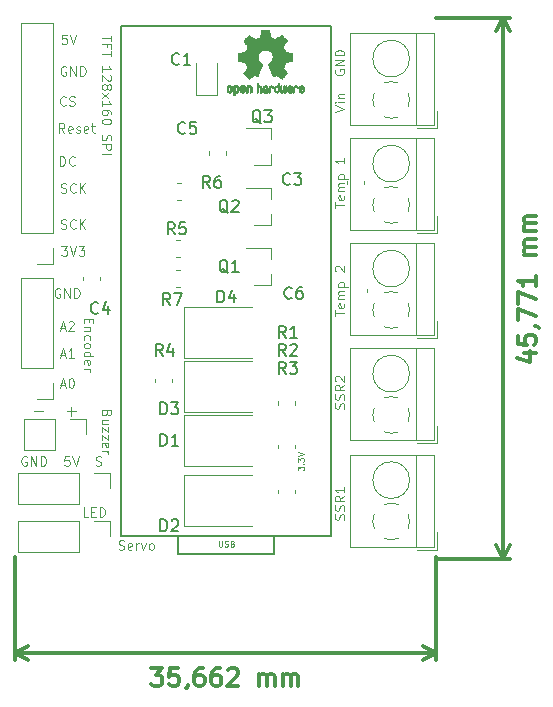
<source format=gbr>
G04 #@! TF.GenerationSoftware,KiCad,Pcbnew,5.0.0*
G04 #@! TF.CreationDate,2018-09-23T10:29:23+02:00*
G04 #@! TF.ProjectId,openReflow,6F70656E5265666C6F772E6B69636164,rev?*
G04 #@! TF.SameCoordinates,Original*
G04 #@! TF.FileFunction,Legend,Top*
G04 #@! TF.FilePolarity,Positive*
%FSLAX46Y46*%
G04 Gerber Fmt 4.6, Leading zero omitted, Abs format (unit mm)*
G04 Created by KiCad (PCBNEW 5.0.0) date Sun Sep 23 10:29:23 2018*
%MOMM*%
%LPD*%
G01*
G04 APERTURE LIST*
%ADD10C,0.300000*%
%ADD11C,0.125000*%
%ADD12C,0.120000*%
%ADD13C,0.150000*%
%ADD14C,0.010000*%
%ADD15C,0.075000*%
G04 APERTURE END LIST*
D10*
X116672670Y-121150328D02*
X117672670Y-121150883D01*
X116101043Y-121507154D02*
X117172273Y-121864891D01*
X117172789Y-120936320D01*
X116173502Y-119650051D02*
X116173106Y-120364337D01*
X116887352Y-120436162D01*
X116815963Y-120364693D01*
X116744614Y-120221797D01*
X116744812Y-119864654D01*
X116816320Y-119721836D01*
X116887788Y-119650447D01*
X117030685Y-119579098D01*
X117387827Y-119579296D01*
X117530645Y-119650804D01*
X117602034Y-119722272D01*
X117673383Y-119865169D01*
X117673185Y-120222312D01*
X117601677Y-120365129D01*
X117530209Y-120436518D01*
X117602510Y-118865130D02*
X117673938Y-118865169D01*
X117816756Y-118936677D01*
X117888144Y-119008145D01*
X116174216Y-118364337D02*
X116174771Y-117364337D01*
X117674414Y-118008027D01*
X116175009Y-116935766D02*
X116175564Y-115935766D01*
X117675207Y-116579455D01*
X117676316Y-114579456D02*
X117675841Y-115436598D01*
X117676079Y-115008027D02*
X116176079Y-115007195D01*
X116390285Y-115150171D01*
X116533063Y-115293107D01*
X116604412Y-115436004D01*
X117677307Y-112793742D02*
X116677308Y-112793187D01*
X116820165Y-112793266D02*
X116748776Y-112721798D01*
X116677426Y-112578901D01*
X116677545Y-112364615D01*
X116749053Y-112221798D01*
X116891950Y-112150449D01*
X117677664Y-112150885D01*
X116891950Y-112150449D02*
X116749132Y-112078941D01*
X116677783Y-111936044D01*
X116677902Y-111721758D01*
X116749410Y-111578941D01*
X116892307Y-111507592D01*
X117678021Y-111508028D01*
X117678417Y-110793742D02*
X116678417Y-110793187D01*
X116821275Y-110793266D02*
X116749886Y-110721798D01*
X116678536Y-110578901D01*
X116678655Y-110364616D01*
X116750163Y-110221798D01*
X116893060Y-110150449D01*
X117678774Y-110150885D01*
X116893060Y-110150449D02*
X116750242Y-110078941D01*
X116678893Y-109936044D01*
X116679012Y-109721759D01*
X116750520Y-109578941D01*
X116893417Y-109507592D01*
X117679131Y-109508028D01*
X114884451Y-138534743D02*
X114909851Y-92763943D01*
X109220000Y-138531600D02*
X115470872Y-138535069D01*
X109245400Y-92760800D02*
X115496272Y-92764269D01*
X114909851Y-92763943D02*
X115495647Y-93890772D01*
X114909851Y-92763943D02*
X114322805Y-93890121D01*
X114884451Y-138534743D02*
X115471497Y-137408565D01*
X114884451Y-138534743D02*
X114298655Y-137407914D01*
X85110187Y-147802653D02*
X86038758Y-147801992D01*
X85539165Y-148373776D01*
X85753451Y-148373624D01*
X85896359Y-148444950D01*
X85967838Y-148516328D01*
X86039368Y-148659134D01*
X86039623Y-149016277D01*
X85968296Y-149159185D01*
X85896918Y-149230665D01*
X85754112Y-149302195D01*
X85325541Y-149302500D01*
X85182633Y-149231173D01*
X85111153Y-149159796D01*
X87395900Y-147801025D02*
X86681615Y-147801534D01*
X86610695Y-148515870D01*
X86682073Y-148444391D01*
X86824879Y-148372861D01*
X87182022Y-148372606D01*
X87324930Y-148443933D01*
X87396409Y-148515311D01*
X87467940Y-148658117D01*
X87468194Y-149015260D01*
X87396867Y-149158168D01*
X87325489Y-149229647D01*
X87182683Y-149301177D01*
X86825540Y-149301432D01*
X86682632Y-149230105D01*
X86611153Y-149158727D01*
X88182632Y-149229037D02*
X88182683Y-149300465D01*
X88111356Y-149443373D01*
X88039978Y-149514853D01*
X89467328Y-147799550D02*
X89181614Y-147799753D01*
X89038808Y-147871284D01*
X88967430Y-147942763D01*
X88824726Y-148157150D01*
X88753501Y-148442915D01*
X88753908Y-149014344D01*
X88825438Y-149157150D01*
X88896918Y-149228528D01*
X89039826Y-149299855D01*
X89325540Y-149299651D01*
X89468346Y-149228121D01*
X89539724Y-149156641D01*
X89611050Y-149013733D01*
X89610796Y-148656591D01*
X89539266Y-148513784D01*
X89467786Y-148442407D01*
X89324878Y-148371080D01*
X89039164Y-148371283D01*
X88896358Y-148442814D01*
X88824980Y-148514293D01*
X88753653Y-148657201D01*
X90895900Y-147798532D02*
X90610185Y-147798736D01*
X90467379Y-147870266D01*
X90396001Y-147941745D01*
X90253297Y-148156133D01*
X90182072Y-148441898D01*
X90182479Y-149013326D01*
X90254009Y-149156133D01*
X90325489Y-149227510D01*
X90468397Y-149298837D01*
X90754111Y-149298634D01*
X90896917Y-149227103D01*
X90968295Y-149155624D01*
X91039622Y-149012716D01*
X91039367Y-148655573D01*
X90967837Y-148512767D01*
X90896357Y-148441389D01*
X90753449Y-148370062D01*
X90467735Y-148370266D01*
X90324929Y-148441796D01*
X90253551Y-148513276D01*
X90182225Y-148656184D01*
X91610287Y-147940881D02*
X91681665Y-147869401D01*
X91824471Y-147797871D01*
X92181614Y-147797617D01*
X92324522Y-147868943D01*
X92396001Y-147940321D01*
X92467531Y-148083127D01*
X92467633Y-148225984D01*
X92396357Y-148440321D01*
X91539825Y-149298074D01*
X92468396Y-149297413D01*
X94254110Y-149296141D02*
X94253398Y-148296141D01*
X94253499Y-148438998D02*
X94324877Y-148367519D01*
X94467683Y-148295988D01*
X94681969Y-148295836D01*
X94824877Y-148367163D01*
X94896407Y-148509969D01*
X94896967Y-149295683D01*
X94896407Y-148509969D02*
X94967734Y-148367061D01*
X95110540Y-148295531D01*
X95324826Y-148295378D01*
X95467734Y-148366705D01*
X95539264Y-148509511D01*
X95539824Y-149295225D01*
X96254109Y-149294716D02*
X96253397Y-148294717D01*
X96253499Y-148437574D02*
X96324877Y-148366094D01*
X96467683Y-148294564D01*
X96681969Y-148294411D01*
X96824876Y-148365738D01*
X96896407Y-148508544D01*
X96896966Y-149294258D01*
X96896407Y-148508544D02*
X96967734Y-148365636D01*
X97110540Y-148294106D01*
X97324825Y-148293953D01*
X97467733Y-148365280D01*
X97539264Y-148508086D01*
X97539823Y-149293801D01*
X73564189Y-146532306D02*
X109225789Y-146506906D01*
X73558400Y-138404600D02*
X73564607Y-147118727D01*
X109220000Y-138379200D02*
X109226207Y-147093327D01*
X109225789Y-146506906D02*
X108099703Y-147094129D01*
X109225789Y-146506906D02*
X108098868Y-145921288D01*
X73564189Y-146532306D02*
X74691110Y-147117924D01*
X73564189Y-146532306D02*
X74690275Y-145945083D01*
D11*
X101415809Y-135248476D02*
X101453904Y-135134190D01*
X101453904Y-134943714D01*
X101415809Y-134867523D01*
X101377714Y-134829428D01*
X101301523Y-134791333D01*
X101225333Y-134791333D01*
X101149142Y-134829428D01*
X101111047Y-134867523D01*
X101072952Y-134943714D01*
X101034857Y-135096095D01*
X100996761Y-135172285D01*
X100958666Y-135210380D01*
X100882476Y-135248476D01*
X100806285Y-135248476D01*
X100730095Y-135210380D01*
X100692000Y-135172285D01*
X100653904Y-135096095D01*
X100653904Y-134905619D01*
X100692000Y-134791333D01*
X101415809Y-134486571D02*
X101453904Y-134372285D01*
X101453904Y-134181809D01*
X101415809Y-134105619D01*
X101377714Y-134067523D01*
X101301523Y-134029428D01*
X101225333Y-134029428D01*
X101149142Y-134067523D01*
X101111047Y-134105619D01*
X101072952Y-134181809D01*
X101034857Y-134334190D01*
X100996761Y-134410380D01*
X100958666Y-134448476D01*
X100882476Y-134486571D01*
X100806285Y-134486571D01*
X100730095Y-134448476D01*
X100692000Y-134410380D01*
X100653904Y-134334190D01*
X100653904Y-134143714D01*
X100692000Y-134029428D01*
X101453904Y-133229428D02*
X101072952Y-133496095D01*
X101453904Y-133686571D02*
X100653904Y-133686571D01*
X100653904Y-133381809D01*
X100692000Y-133305619D01*
X100730095Y-133267523D01*
X100806285Y-133229428D01*
X100920571Y-133229428D01*
X100996761Y-133267523D01*
X101034857Y-133305619D01*
X101072952Y-133381809D01*
X101072952Y-133686571D01*
X101453904Y-132467523D02*
X101453904Y-132924666D01*
X101453904Y-132696095D02*
X100653904Y-132696095D01*
X100768190Y-132772285D01*
X100844380Y-132848476D01*
X100882476Y-132924666D01*
X101415809Y-125850476D02*
X101453904Y-125736190D01*
X101453904Y-125545714D01*
X101415809Y-125469523D01*
X101377714Y-125431428D01*
X101301523Y-125393333D01*
X101225333Y-125393333D01*
X101149142Y-125431428D01*
X101111047Y-125469523D01*
X101072952Y-125545714D01*
X101034857Y-125698095D01*
X100996761Y-125774285D01*
X100958666Y-125812380D01*
X100882476Y-125850476D01*
X100806285Y-125850476D01*
X100730095Y-125812380D01*
X100692000Y-125774285D01*
X100653904Y-125698095D01*
X100653904Y-125507619D01*
X100692000Y-125393333D01*
X101415809Y-125088571D02*
X101453904Y-124974285D01*
X101453904Y-124783809D01*
X101415809Y-124707619D01*
X101377714Y-124669523D01*
X101301523Y-124631428D01*
X101225333Y-124631428D01*
X101149142Y-124669523D01*
X101111047Y-124707619D01*
X101072952Y-124783809D01*
X101034857Y-124936190D01*
X100996761Y-125012380D01*
X100958666Y-125050476D01*
X100882476Y-125088571D01*
X100806285Y-125088571D01*
X100730095Y-125050476D01*
X100692000Y-125012380D01*
X100653904Y-124936190D01*
X100653904Y-124745714D01*
X100692000Y-124631428D01*
X101453904Y-123831428D02*
X101072952Y-124098095D01*
X101453904Y-124288571D02*
X100653904Y-124288571D01*
X100653904Y-123983809D01*
X100692000Y-123907619D01*
X100730095Y-123869523D01*
X100806285Y-123831428D01*
X100920571Y-123831428D01*
X100996761Y-123869523D01*
X101034857Y-123907619D01*
X101072952Y-123983809D01*
X101072952Y-124288571D01*
X100730095Y-123526666D02*
X100692000Y-123488571D01*
X100653904Y-123412380D01*
X100653904Y-123221904D01*
X100692000Y-123145714D01*
X100730095Y-123107619D01*
X100806285Y-123069523D01*
X100882476Y-123069523D01*
X100996761Y-123107619D01*
X101453904Y-123564761D01*
X101453904Y-123069523D01*
X100653904Y-117976380D02*
X100653904Y-117519238D01*
X101453904Y-117747809D02*
X100653904Y-117747809D01*
X101415809Y-116947809D02*
X101453904Y-117024000D01*
X101453904Y-117176380D01*
X101415809Y-117252571D01*
X101339619Y-117290666D01*
X101034857Y-117290666D01*
X100958666Y-117252571D01*
X100920571Y-117176380D01*
X100920571Y-117024000D01*
X100958666Y-116947809D01*
X101034857Y-116909714D01*
X101111047Y-116909714D01*
X101187238Y-117290666D01*
X101453904Y-116566857D02*
X100920571Y-116566857D01*
X100996761Y-116566857D02*
X100958666Y-116528761D01*
X100920571Y-116452571D01*
X100920571Y-116338285D01*
X100958666Y-116262095D01*
X101034857Y-116224000D01*
X101453904Y-116224000D01*
X101034857Y-116224000D02*
X100958666Y-116185904D01*
X100920571Y-116109714D01*
X100920571Y-115995428D01*
X100958666Y-115919238D01*
X101034857Y-115881142D01*
X101453904Y-115881142D01*
X100920571Y-115500190D02*
X101720571Y-115500190D01*
X100958666Y-115500190D02*
X100920571Y-115424000D01*
X100920571Y-115271619D01*
X100958666Y-115195428D01*
X100996761Y-115157333D01*
X101072952Y-115119238D01*
X101301523Y-115119238D01*
X101377714Y-115157333D01*
X101415809Y-115195428D01*
X101453904Y-115271619D01*
X101453904Y-115424000D01*
X101415809Y-115500190D01*
X100730095Y-114204952D02*
X100692000Y-114166857D01*
X100653904Y-114090666D01*
X100653904Y-113900190D01*
X100692000Y-113824000D01*
X100730095Y-113785904D01*
X100806285Y-113747809D01*
X100882476Y-113747809D01*
X100996761Y-113785904D01*
X101453904Y-114243047D01*
X101453904Y-113747809D01*
X100653904Y-108832380D02*
X100653904Y-108375238D01*
X101453904Y-108603809D02*
X100653904Y-108603809D01*
X101415809Y-107803809D02*
X101453904Y-107880000D01*
X101453904Y-108032380D01*
X101415809Y-108108571D01*
X101339619Y-108146666D01*
X101034857Y-108146666D01*
X100958666Y-108108571D01*
X100920571Y-108032380D01*
X100920571Y-107880000D01*
X100958666Y-107803809D01*
X101034857Y-107765714D01*
X101111047Y-107765714D01*
X101187238Y-108146666D01*
X101453904Y-107422857D02*
X100920571Y-107422857D01*
X100996761Y-107422857D02*
X100958666Y-107384761D01*
X100920571Y-107308571D01*
X100920571Y-107194285D01*
X100958666Y-107118095D01*
X101034857Y-107080000D01*
X101453904Y-107080000D01*
X101034857Y-107080000D02*
X100958666Y-107041904D01*
X100920571Y-106965714D01*
X100920571Y-106851428D01*
X100958666Y-106775238D01*
X101034857Y-106737142D01*
X101453904Y-106737142D01*
X100920571Y-106356190D02*
X101720571Y-106356190D01*
X100958666Y-106356190D02*
X100920571Y-106280000D01*
X100920571Y-106127619D01*
X100958666Y-106051428D01*
X100996761Y-106013333D01*
X101072952Y-105975238D01*
X101301523Y-105975238D01*
X101377714Y-106013333D01*
X101415809Y-106051428D01*
X101453904Y-106127619D01*
X101453904Y-106280000D01*
X101415809Y-106356190D01*
X101453904Y-104603809D02*
X101453904Y-105060952D01*
X101453904Y-104832380D02*
X100653904Y-104832380D01*
X100768190Y-104908571D01*
X100844380Y-104984761D01*
X100882476Y-105060952D01*
X100653904Y-100691619D02*
X101453904Y-100424952D01*
X100653904Y-100158285D01*
X101453904Y-99891619D02*
X100920571Y-99891619D01*
X100653904Y-99891619D02*
X100692000Y-99929714D01*
X100730095Y-99891619D01*
X100692000Y-99853523D01*
X100653904Y-99891619D01*
X100730095Y-99891619D01*
X100920571Y-99510666D02*
X101453904Y-99510666D01*
X100996761Y-99510666D02*
X100958666Y-99472571D01*
X100920571Y-99396380D01*
X100920571Y-99282095D01*
X100958666Y-99205904D01*
X101034857Y-99167809D01*
X101453904Y-99167809D01*
X100692000Y-97148761D02*
X100653904Y-97224952D01*
X100653904Y-97339238D01*
X100692000Y-97453523D01*
X100768190Y-97529714D01*
X100844380Y-97567809D01*
X100996761Y-97605904D01*
X101111047Y-97605904D01*
X101263428Y-97567809D01*
X101339619Y-97529714D01*
X101415809Y-97453523D01*
X101453904Y-97339238D01*
X101453904Y-97263047D01*
X101415809Y-97148761D01*
X101377714Y-97110666D01*
X101111047Y-97110666D01*
X101111047Y-97263047D01*
X101453904Y-96767809D02*
X100653904Y-96767809D01*
X101453904Y-96310666D01*
X100653904Y-96310666D01*
X101453904Y-95929714D02*
X100653904Y-95929714D01*
X100653904Y-95739238D01*
X100692000Y-95624952D01*
X100768190Y-95548761D01*
X100844380Y-95510666D01*
X100996761Y-95472571D01*
X101111047Y-95472571D01*
X101263428Y-95510666D01*
X101339619Y-95548761D01*
X101415809Y-95624952D01*
X101453904Y-95739238D01*
X101453904Y-95929714D01*
X77457428Y-107511809D02*
X77571714Y-107549904D01*
X77762190Y-107549904D01*
X77838380Y-107511809D01*
X77876476Y-107473714D01*
X77914571Y-107397523D01*
X77914571Y-107321333D01*
X77876476Y-107245142D01*
X77838380Y-107207047D01*
X77762190Y-107168952D01*
X77609809Y-107130857D01*
X77533619Y-107092761D01*
X77495523Y-107054666D01*
X77457428Y-106978476D01*
X77457428Y-106902285D01*
X77495523Y-106826095D01*
X77533619Y-106788000D01*
X77609809Y-106749904D01*
X77800285Y-106749904D01*
X77914571Y-106788000D01*
X78714571Y-107473714D02*
X78676476Y-107511809D01*
X78562190Y-107549904D01*
X78486000Y-107549904D01*
X78371714Y-107511809D01*
X78295523Y-107435619D01*
X78257428Y-107359428D01*
X78219333Y-107207047D01*
X78219333Y-107092761D01*
X78257428Y-106940380D01*
X78295523Y-106864190D01*
X78371714Y-106788000D01*
X78486000Y-106749904D01*
X78562190Y-106749904D01*
X78676476Y-106788000D01*
X78714571Y-106826095D01*
X79057428Y-107549904D02*
X79057428Y-106749904D01*
X79514571Y-107549904D02*
X79171714Y-107092761D01*
X79514571Y-106749904D02*
X79057428Y-107207047D01*
X77368476Y-105263904D02*
X77368476Y-104463904D01*
X77558952Y-104463904D01*
X77673238Y-104502000D01*
X77749428Y-104578190D01*
X77787523Y-104654380D01*
X77825619Y-104806761D01*
X77825619Y-104921047D01*
X77787523Y-105073428D01*
X77749428Y-105149619D01*
X77673238Y-105225809D01*
X77558952Y-105263904D01*
X77368476Y-105263904D01*
X78625619Y-105187714D02*
X78587523Y-105225809D01*
X78473238Y-105263904D01*
X78397047Y-105263904D01*
X78282761Y-105225809D01*
X78206571Y-105149619D01*
X78168476Y-105073428D01*
X78130380Y-104921047D01*
X78130380Y-104806761D01*
X78168476Y-104654380D01*
X78206571Y-104578190D01*
X78282761Y-104502000D01*
X78397047Y-104463904D01*
X78473238Y-104463904D01*
X78587523Y-104502000D01*
X78625619Y-104540095D01*
X77749523Y-102469904D02*
X77482857Y-102088952D01*
X77292380Y-102469904D02*
X77292380Y-101669904D01*
X77597142Y-101669904D01*
X77673333Y-101708000D01*
X77711428Y-101746095D01*
X77749523Y-101822285D01*
X77749523Y-101936571D01*
X77711428Y-102012761D01*
X77673333Y-102050857D01*
X77597142Y-102088952D01*
X77292380Y-102088952D01*
X78397142Y-102431809D02*
X78320952Y-102469904D01*
X78168571Y-102469904D01*
X78092380Y-102431809D01*
X78054285Y-102355619D01*
X78054285Y-102050857D01*
X78092380Y-101974666D01*
X78168571Y-101936571D01*
X78320952Y-101936571D01*
X78397142Y-101974666D01*
X78435238Y-102050857D01*
X78435238Y-102127047D01*
X78054285Y-102203238D01*
X78740000Y-102431809D02*
X78816190Y-102469904D01*
X78968571Y-102469904D01*
X79044761Y-102431809D01*
X79082857Y-102355619D01*
X79082857Y-102317523D01*
X79044761Y-102241333D01*
X78968571Y-102203238D01*
X78854285Y-102203238D01*
X78778095Y-102165142D01*
X78740000Y-102088952D01*
X78740000Y-102050857D01*
X78778095Y-101974666D01*
X78854285Y-101936571D01*
X78968571Y-101936571D01*
X79044761Y-101974666D01*
X79730476Y-102431809D02*
X79654285Y-102469904D01*
X79501904Y-102469904D01*
X79425714Y-102431809D01*
X79387619Y-102355619D01*
X79387619Y-102050857D01*
X79425714Y-101974666D01*
X79501904Y-101936571D01*
X79654285Y-101936571D01*
X79730476Y-101974666D01*
X79768571Y-102050857D01*
X79768571Y-102127047D01*
X79387619Y-102203238D01*
X79997142Y-101936571D02*
X80301904Y-101936571D01*
X80111428Y-101669904D02*
X80111428Y-102355619D01*
X80149523Y-102431809D01*
X80225714Y-102469904D01*
X80301904Y-102469904D01*
X81718095Y-94247333D02*
X81718095Y-94704476D01*
X80918095Y-94475904D02*
X81718095Y-94475904D01*
X81337142Y-95237809D02*
X81337142Y-94971142D01*
X80918095Y-94971142D02*
X81718095Y-94971142D01*
X81718095Y-95352095D01*
X81718095Y-95542571D02*
X81718095Y-95999714D01*
X80918095Y-95771142D02*
X81718095Y-95771142D01*
X80918095Y-97294952D02*
X80918095Y-96837809D01*
X80918095Y-97066380D02*
X81718095Y-97066380D01*
X81603809Y-96990190D01*
X81527619Y-96914000D01*
X81489523Y-96837809D01*
X81641904Y-97599714D02*
X81680000Y-97637809D01*
X81718095Y-97714000D01*
X81718095Y-97904476D01*
X81680000Y-97980666D01*
X81641904Y-98018761D01*
X81565714Y-98056857D01*
X81489523Y-98056857D01*
X81375238Y-98018761D01*
X80918095Y-97561619D01*
X80918095Y-98056857D01*
X81375238Y-98514000D02*
X81413333Y-98437809D01*
X81451428Y-98399714D01*
X81527619Y-98361619D01*
X81565714Y-98361619D01*
X81641904Y-98399714D01*
X81680000Y-98437809D01*
X81718095Y-98514000D01*
X81718095Y-98666380D01*
X81680000Y-98742571D01*
X81641904Y-98780666D01*
X81565714Y-98818761D01*
X81527619Y-98818761D01*
X81451428Y-98780666D01*
X81413333Y-98742571D01*
X81375238Y-98666380D01*
X81375238Y-98514000D01*
X81337142Y-98437809D01*
X81299047Y-98399714D01*
X81222857Y-98361619D01*
X81070476Y-98361619D01*
X80994285Y-98399714D01*
X80956190Y-98437809D01*
X80918095Y-98514000D01*
X80918095Y-98666380D01*
X80956190Y-98742571D01*
X80994285Y-98780666D01*
X81070476Y-98818761D01*
X81222857Y-98818761D01*
X81299047Y-98780666D01*
X81337142Y-98742571D01*
X81375238Y-98666380D01*
X80918095Y-99085428D02*
X81451428Y-99504476D01*
X81451428Y-99085428D02*
X80918095Y-99504476D01*
X80918095Y-100228285D02*
X80918095Y-99771142D01*
X80918095Y-99999714D02*
X81718095Y-99999714D01*
X81603809Y-99923523D01*
X81527619Y-99847333D01*
X81489523Y-99771142D01*
X81718095Y-100914000D02*
X81718095Y-100761619D01*
X81680000Y-100685428D01*
X81641904Y-100647333D01*
X81527619Y-100571142D01*
X81375238Y-100533047D01*
X81070476Y-100533047D01*
X80994285Y-100571142D01*
X80956190Y-100609238D01*
X80918095Y-100685428D01*
X80918095Y-100837809D01*
X80956190Y-100914000D01*
X80994285Y-100952095D01*
X81070476Y-100990190D01*
X81260952Y-100990190D01*
X81337142Y-100952095D01*
X81375238Y-100914000D01*
X81413333Y-100837809D01*
X81413333Y-100685428D01*
X81375238Y-100609238D01*
X81337142Y-100571142D01*
X81260952Y-100533047D01*
X81718095Y-101485428D02*
X81718095Y-101561619D01*
X81680000Y-101637809D01*
X81641904Y-101675904D01*
X81565714Y-101714000D01*
X81413333Y-101752095D01*
X81222857Y-101752095D01*
X81070476Y-101714000D01*
X80994285Y-101675904D01*
X80956190Y-101637809D01*
X80918095Y-101561619D01*
X80918095Y-101485428D01*
X80956190Y-101409238D01*
X80994285Y-101371142D01*
X81070476Y-101333047D01*
X81222857Y-101294952D01*
X81413333Y-101294952D01*
X81565714Y-101333047D01*
X81641904Y-101371142D01*
X81680000Y-101409238D01*
X81718095Y-101485428D01*
X80956190Y-102666380D02*
X80918095Y-102780666D01*
X80918095Y-102971142D01*
X80956190Y-103047333D01*
X80994285Y-103085428D01*
X81070476Y-103123523D01*
X81146666Y-103123523D01*
X81222857Y-103085428D01*
X81260952Y-103047333D01*
X81299047Y-102971142D01*
X81337142Y-102818761D01*
X81375238Y-102742571D01*
X81413333Y-102704476D01*
X81489523Y-102666380D01*
X81565714Y-102666380D01*
X81641904Y-102704476D01*
X81680000Y-102742571D01*
X81718095Y-102818761D01*
X81718095Y-103009238D01*
X81680000Y-103123523D01*
X80918095Y-103466380D02*
X81718095Y-103466380D01*
X81718095Y-103771142D01*
X81680000Y-103847333D01*
X81641904Y-103885428D01*
X81565714Y-103923523D01*
X81451428Y-103923523D01*
X81375238Y-103885428D01*
X81337142Y-103847333D01*
X81299047Y-103771142D01*
X81299047Y-103466380D01*
X80918095Y-104266380D02*
X81718095Y-104266380D01*
X79813142Y-118205523D02*
X79813142Y-118472190D01*
X79394095Y-118586476D02*
X79394095Y-118205523D01*
X80194095Y-118205523D01*
X80194095Y-118586476D01*
X79927428Y-118929333D02*
X79394095Y-118929333D01*
X79851238Y-118929333D02*
X79889333Y-118967428D01*
X79927428Y-119043619D01*
X79927428Y-119157904D01*
X79889333Y-119234095D01*
X79813142Y-119272190D01*
X79394095Y-119272190D01*
X79432190Y-119996000D02*
X79394095Y-119919809D01*
X79394095Y-119767428D01*
X79432190Y-119691238D01*
X79470285Y-119653142D01*
X79546476Y-119615047D01*
X79775047Y-119615047D01*
X79851238Y-119653142D01*
X79889333Y-119691238D01*
X79927428Y-119767428D01*
X79927428Y-119919809D01*
X79889333Y-119996000D01*
X79394095Y-120453142D02*
X79432190Y-120376952D01*
X79470285Y-120338857D01*
X79546476Y-120300761D01*
X79775047Y-120300761D01*
X79851238Y-120338857D01*
X79889333Y-120376952D01*
X79927428Y-120453142D01*
X79927428Y-120567428D01*
X79889333Y-120643619D01*
X79851238Y-120681714D01*
X79775047Y-120719809D01*
X79546476Y-120719809D01*
X79470285Y-120681714D01*
X79432190Y-120643619D01*
X79394095Y-120567428D01*
X79394095Y-120453142D01*
X79394095Y-121405523D02*
X80194095Y-121405523D01*
X79432190Y-121405523D02*
X79394095Y-121329333D01*
X79394095Y-121176952D01*
X79432190Y-121100761D01*
X79470285Y-121062666D01*
X79546476Y-121024571D01*
X79775047Y-121024571D01*
X79851238Y-121062666D01*
X79889333Y-121100761D01*
X79927428Y-121176952D01*
X79927428Y-121329333D01*
X79889333Y-121405523D01*
X79432190Y-122091238D02*
X79394095Y-122015047D01*
X79394095Y-121862666D01*
X79432190Y-121786476D01*
X79508380Y-121748380D01*
X79813142Y-121748380D01*
X79889333Y-121786476D01*
X79927428Y-121862666D01*
X79927428Y-122015047D01*
X79889333Y-122091238D01*
X79813142Y-122129333D01*
X79736952Y-122129333D01*
X79660761Y-121748380D01*
X79394095Y-122472190D02*
X79927428Y-122472190D01*
X79775047Y-122472190D02*
X79851238Y-122510285D01*
X79889333Y-122548380D01*
X79927428Y-122624571D01*
X79927428Y-122700761D01*
X79749714Y-134981904D02*
X79368761Y-134981904D01*
X79368761Y-134181904D01*
X80016380Y-134562857D02*
X80283047Y-134562857D01*
X80397333Y-134981904D02*
X80016380Y-134981904D01*
X80016380Y-134181904D01*
X80397333Y-134181904D01*
X80740190Y-134981904D02*
X80740190Y-134181904D01*
X80930666Y-134181904D01*
X81044952Y-134220000D01*
X81121142Y-134296190D01*
X81159238Y-134372380D01*
X81197333Y-134524761D01*
X81197333Y-134639047D01*
X81159238Y-134791428D01*
X81121142Y-134867619D01*
X81044952Y-134943809D01*
X80930666Y-134981904D01*
X80740190Y-134981904D01*
X81337142Y-126219142D02*
X81299047Y-126333428D01*
X81260952Y-126371523D01*
X81184761Y-126409619D01*
X81070476Y-126409619D01*
X80994285Y-126371523D01*
X80956190Y-126333428D01*
X80918095Y-126257238D01*
X80918095Y-125952476D01*
X81718095Y-125952476D01*
X81718095Y-126219142D01*
X81680000Y-126295333D01*
X81641904Y-126333428D01*
X81565714Y-126371523D01*
X81489523Y-126371523D01*
X81413333Y-126333428D01*
X81375238Y-126295333D01*
X81337142Y-126219142D01*
X81337142Y-125952476D01*
X81451428Y-127095333D02*
X80918095Y-127095333D01*
X81451428Y-126752476D02*
X81032380Y-126752476D01*
X80956190Y-126790571D01*
X80918095Y-126866761D01*
X80918095Y-126981047D01*
X80956190Y-127057238D01*
X80994285Y-127095333D01*
X81451428Y-127400095D02*
X81451428Y-127819142D01*
X80918095Y-127400095D01*
X80918095Y-127819142D01*
X81451428Y-128047714D02*
X81451428Y-128466761D01*
X80918095Y-128047714D01*
X80918095Y-128466761D01*
X80956190Y-129076285D02*
X80918095Y-129000095D01*
X80918095Y-128847714D01*
X80956190Y-128771523D01*
X81032380Y-128733428D01*
X81337142Y-128733428D01*
X81413333Y-128771523D01*
X81451428Y-128847714D01*
X81451428Y-129000095D01*
X81413333Y-129076285D01*
X81337142Y-129114380D01*
X81260952Y-129114380D01*
X81184761Y-128733428D01*
X80918095Y-129457238D02*
X81451428Y-129457238D01*
X81299047Y-129457238D02*
X81375238Y-129495333D01*
X81413333Y-129533428D01*
X81451428Y-129609619D01*
X81451428Y-129685809D01*
X82334285Y-137737809D02*
X82448571Y-137775904D01*
X82639047Y-137775904D01*
X82715238Y-137737809D01*
X82753333Y-137699714D01*
X82791428Y-137623523D01*
X82791428Y-137547333D01*
X82753333Y-137471142D01*
X82715238Y-137433047D01*
X82639047Y-137394952D01*
X82486666Y-137356857D01*
X82410476Y-137318761D01*
X82372380Y-137280666D01*
X82334285Y-137204476D01*
X82334285Y-137128285D01*
X82372380Y-137052095D01*
X82410476Y-137014000D01*
X82486666Y-136975904D01*
X82677142Y-136975904D01*
X82791428Y-137014000D01*
X83439047Y-137737809D02*
X83362857Y-137775904D01*
X83210476Y-137775904D01*
X83134285Y-137737809D01*
X83096190Y-137661619D01*
X83096190Y-137356857D01*
X83134285Y-137280666D01*
X83210476Y-137242571D01*
X83362857Y-137242571D01*
X83439047Y-137280666D01*
X83477142Y-137356857D01*
X83477142Y-137433047D01*
X83096190Y-137509238D01*
X83820000Y-137775904D02*
X83820000Y-137242571D01*
X83820000Y-137394952D02*
X83858095Y-137318761D01*
X83896190Y-137280666D01*
X83972380Y-137242571D01*
X84048571Y-137242571D01*
X84239047Y-137242571D02*
X84429523Y-137775904D01*
X84620000Y-137242571D01*
X85039047Y-137775904D02*
X84962857Y-137737809D01*
X84924761Y-137699714D01*
X84886666Y-137623523D01*
X84886666Y-137394952D01*
X84924761Y-137318761D01*
X84962857Y-137280666D01*
X85039047Y-137242571D01*
X85153333Y-137242571D01*
X85229523Y-137280666D01*
X85267619Y-137318761D01*
X85305714Y-137394952D01*
X85305714Y-137623523D01*
X85267619Y-137699714D01*
X85229523Y-137737809D01*
X85153333Y-137775904D01*
X85039047Y-137775904D01*
X74536666Y-129902000D02*
X74460476Y-129863904D01*
X74346190Y-129863904D01*
X74231904Y-129902000D01*
X74155714Y-129978190D01*
X74117619Y-130054380D01*
X74079523Y-130206761D01*
X74079523Y-130321047D01*
X74117619Y-130473428D01*
X74155714Y-130549619D01*
X74231904Y-130625809D01*
X74346190Y-130663904D01*
X74422380Y-130663904D01*
X74536666Y-130625809D01*
X74574761Y-130587714D01*
X74574761Y-130321047D01*
X74422380Y-130321047D01*
X74917619Y-130663904D02*
X74917619Y-129863904D01*
X75374761Y-130663904D01*
X75374761Y-129863904D01*
X75755714Y-130663904D02*
X75755714Y-129863904D01*
X75946190Y-129863904D01*
X76060476Y-129902000D01*
X76136666Y-129978190D01*
X76174761Y-130054380D01*
X76212857Y-130206761D01*
X76212857Y-130321047D01*
X76174761Y-130473428D01*
X76136666Y-130549619D01*
X76060476Y-130625809D01*
X75946190Y-130663904D01*
X75755714Y-130663904D01*
X78155714Y-129863904D02*
X77774761Y-129863904D01*
X77736666Y-130244857D01*
X77774761Y-130206761D01*
X77850952Y-130168666D01*
X78041428Y-130168666D01*
X78117619Y-130206761D01*
X78155714Y-130244857D01*
X78193809Y-130321047D01*
X78193809Y-130511523D01*
X78155714Y-130587714D01*
X78117619Y-130625809D01*
X78041428Y-130663904D01*
X77850952Y-130663904D01*
X77774761Y-130625809D01*
X77736666Y-130587714D01*
X78422380Y-129863904D02*
X78689047Y-130663904D01*
X78955714Y-129863904D01*
X80403333Y-130625809D02*
X80517619Y-130663904D01*
X80708095Y-130663904D01*
X80784285Y-130625809D01*
X80822380Y-130587714D01*
X80860476Y-130511523D01*
X80860476Y-130435333D01*
X80822380Y-130359142D01*
X80784285Y-130321047D01*
X80708095Y-130282952D01*
X80555714Y-130244857D01*
X80479523Y-130206761D01*
X80441428Y-130168666D01*
X80403333Y-130092476D01*
X80403333Y-130016285D01*
X80441428Y-129940095D01*
X80479523Y-129902000D01*
X80555714Y-129863904D01*
X80746190Y-129863904D01*
X80860476Y-129902000D01*
X75200095Y-126055428D02*
X75962000Y-126055428D01*
X77962000Y-126055428D02*
X78723904Y-126055428D01*
X78342952Y-126436380D02*
X78342952Y-125674476D01*
X77406571Y-123831333D02*
X77787523Y-123831333D01*
X77330380Y-124059904D02*
X77597047Y-123259904D01*
X77863714Y-124059904D01*
X78282761Y-123259904D02*
X78358952Y-123259904D01*
X78435142Y-123298000D01*
X78473238Y-123336095D01*
X78511333Y-123412285D01*
X78549428Y-123564666D01*
X78549428Y-123755142D01*
X78511333Y-123907523D01*
X78473238Y-123983714D01*
X78435142Y-124021809D01*
X78358952Y-124059904D01*
X78282761Y-124059904D01*
X78206571Y-124021809D01*
X78168476Y-123983714D01*
X78130380Y-123907523D01*
X78092285Y-123755142D01*
X78092285Y-123564666D01*
X78130380Y-123412285D01*
X78168476Y-123336095D01*
X78206571Y-123298000D01*
X78282761Y-123259904D01*
X77406571Y-121291333D02*
X77787523Y-121291333D01*
X77330380Y-121519904D02*
X77597047Y-120719904D01*
X77863714Y-121519904D01*
X78549428Y-121519904D02*
X78092285Y-121519904D01*
X78320857Y-121519904D02*
X78320857Y-120719904D01*
X78244666Y-120834190D01*
X78168476Y-120910380D01*
X78092285Y-120948476D01*
X77406571Y-119005333D02*
X77787523Y-119005333D01*
X77330380Y-119233904D02*
X77597047Y-118433904D01*
X77863714Y-119233904D01*
X78092285Y-118510095D02*
X78130380Y-118472000D01*
X78206571Y-118433904D01*
X78397047Y-118433904D01*
X78473238Y-118472000D01*
X78511333Y-118510095D01*
X78549428Y-118586285D01*
X78549428Y-118662476D01*
X78511333Y-118776761D01*
X78054190Y-119233904D01*
X78549428Y-119233904D01*
X77368476Y-115678000D02*
X77292285Y-115639904D01*
X77178000Y-115639904D01*
X77063714Y-115678000D01*
X76987523Y-115754190D01*
X76949428Y-115830380D01*
X76911333Y-115982761D01*
X76911333Y-116097047D01*
X76949428Y-116249428D01*
X76987523Y-116325619D01*
X77063714Y-116401809D01*
X77178000Y-116439904D01*
X77254190Y-116439904D01*
X77368476Y-116401809D01*
X77406571Y-116363714D01*
X77406571Y-116097047D01*
X77254190Y-116097047D01*
X77749428Y-116439904D02*
X77749428Y-115639904D01*
X78206571Y-116439904D01*
X78206571Y-115639904D01*
X78587523Y-116439904D02*
X78587523Y-115639904D01*
X78778000Y-115639904D01*
X78892285Y-115678000D01*
X78968476Y-115754190D01*
X79006571Y-115830380D01*
X79044666Y-115982761D01*
X79044666Y-116097047D01*
X79006571Y-116249428D01*
X78968476Y-116325619D01*
X78892285Y-116401809D01*
X78778000Y-116439904D01*
X78587523Y-116439904D01*
X77457428Y-110559809D02*
X77571714Y-110597904D01*
X77762190Y-110597904D01*
X77838380Y-110559809D01*
X77876476Y-110521714D01*
X77914571Y-110445523D01*
X77914571Y-110369333D01*
X77876476Y-110293142D01*
X77838380Y-110255047D01*
X77762190Y-110216952D01*
X77609809Y-110178857D01*
X77533619Y-110140761D01*
X77495523Y-110102666D01*
X77457428Y-110026476D01*
X77457428Y-109950285D01*
X77495523Y-109874095D01*
X77533619Y-109836000D01*
X77609809Y-109797904D01*
X77800285Y-109797904D01*
X77914571Y-109836000D01*
X78714571Y-110521714D02*
X78676476Y-110559809D01*
X78562190Y-110597904D01*
X78486000Y-110597904D01*
X78371714Y-110559809D01*
X78295523Y-110483619D01*
X78257428Y-110407428D01*
X78219333Y-110255047D01*
X78219333Y-110140761D01*
X78257428Y-109988380D01*
X78295523Y-109912190D01*
X78371714Y-109836000D01*
X78486000Y-109797904D01*
X78562190Y-109797904D01*
X78676476Y-109836000D01*
X78714571Y-109874095D01*
X79057428Y-110597904D02*
X79057428Y-109797904D01*
X79514571Y-110597904D02*
X79171714Y-110140761D01*
X79514571Y-109797904D02*
X79057428Y-110255047D01*
X77495523Y-112083904D02*
X77990761Y-112083904D01*
X77724095Y-112388666D01*
X77838380Y-112388666D01*
X77914571Y-112426761D01*
X77952666Y-112464857D01*
X77990761Y-112541047D01*
X77990761Y-112731523D01*
X77952666Y-112807714D01*
X77914571Y-112845809D01*
X77838380Y-112883904D01*
X77609809Y-112883904D01*
X77533619Y-112845809D01*
X77495523Y-112807714D01*
X78219333Y-112083904D02*
X78486000Y-112883904D01*
X78752666Y-112083904D01*
X78943142Y-112083904D02*
X79438380Y-112083904D01*
X79171714Y-112388666D01*
X79286000Y-112388666D01*
X79362190Y-112426761D01*
X79400285Y-112464857D01*
X79438380Y-112541047D01*
X79438380Y-112731523D01*
X79400285Y-112807714D01*
X79362190Y-112845809D01*
X79286000Y-112883904D01*
X79057428Y-112883904D01*
X78981238Y-112845809D01*
X78943142Y-112807714D01*
X77844666Y-100107714D02*
X77806571Y-100145809D01*
X77692285Y-100183904D01*
X77616095Y-100183904D01*
X77501809Y-100145809D01*
X77425619Y-100069619D01*
X77387523Y-99993428D01*
X77349428Y-99841047D01*
X77349428Y-99726761D01*
X77387523Y-99574380D01*
X77425619Y-99498190D01*
X77501809Y-99422000D01*
X77616095Y-99383904D01*
X77692285Y-99383904D01*
X77806571Y-99422000D01*
X77844666Y-99460095D01*
X78149428Y-100145809D02*
X78263714Y-100183904D01*
X78454190Y-100183904D01*
X78530380Y-100145809D01*
X78568476Y-100107714D01*
X78606571Y-100031523D01*
X78606571Y-99955333D01*
X78568476Y-99879142D01*
X78530380Y-99841047D01*
X78454190Y-99802952D01*
X78301809Y-99764857D01*
X78225619Y-99726761D01*
X78187523Y-99688666D01*
X78149428Y-99612476D01*
X78149428Y-99536285D01*
X78187523Y-99460095D01*
X78225619Y-99422000D01*
X78301809Y-99383904D01*
X78492285Y-99383904D01*
X78606571Y-99422000D01*
X77876476Y-96882000D02*
X77800285Y-96843904D01*
X77686000Y-96843904D01*
X77571714Y-96882000D01*
X77495523Y-96958190D01*
X77457428Y-97034380D01*
X77419333Y-97186761D01*
X77419333Y-97301047D01*
X77457428Y-97453428D01*
X77495523Y-97529619D01*
X77571714Y-97605809D01*
X77686000Y-97643904D01*
X77762190Y-97643904D01*
X77876476Y-97605809D01*
X77914571Y-97567714D01*
X77914571Y-97301047D01*
X77762190Y-97301047D01*
X78257428Y-97643904D02*
X78257428Y-96843904D01*
X78714571Y-97643904D01*
X78714571Y-96843904D01*
X79095523Y-97643904D02*
X79095523Y-96843904D01*
X79286000Y-96843904D01*
X79400285Y-96882000D01*
X79476476Y-96958190D01*
X79514571Y-97034380D01*
X79552666Y-97186761D01*
X79552666Y-97301047D01*
X79514571Y-97453428D01*
X79476476Y-97529619D01*
X79400285Y-97605809D01*
X79286000Y-97643904D01*
X79095523Y-97643904D01*
X77952619Y-94176904D02*
X77571666Y-94176904D01*
X77533571Y-94557857D01*
X77571666Y-94519761D01*
X77647857Y-94481666D01*
X77838333Y-94481666D01*
X77914523Y-94519761D01*
X77952619Y-94557857D01*
X77990714Y-94634047D01*
X77990714Y-94824523D01*
X77952619Y-94900714D01*
X77914523Y-94938809D01*
X77838333Y-94976904D01*
X77647857Y-94976904D01*
X77571666Y-94938809D01*
X77533571Y-94900714D01*
X78219285Y-94176904D02*
X78485952Y-94976904D01*
X78752619Y-94176904D01*
D12*
G04 #@! TO.C,J5*
X74362000Y-126686000D02*
X74362000Y-129346000D01*
X76962000Y-126686000D02*
X74362000Y-126686000D01*
X76962000Y-129346000D02*
X74362000Y-129346000D01*
X76962000Y-126686000D02*
X76962000Y-129346000D01*
X78232000Y-126686000D02*
X79562000Y-126686000D01*
X79562000Y-126686000D02*
X79562000Y-128016000D01*
G04 #@! TO.C,C1*
X88904000Y-96536000D02*
X88904000Y-99256000D01*
X88904000Y-99256000D02*
X90674000Y-99256000D01*
X90674000Y-99256000D02*
X90674000Y-96536000D01*
G04 #@! TO.C,C3*
X101652000Y-106830000D02*
X101652000Y-106530000D01*
X103072000Y-106830000D02*
X103072000Y-106530000D01*
G04 #@! TO.C,C4*
X80720000Y-114658000D02*
X80720000Y-114958000D01*
X79300000Y-114658000D02*
X79300000Y-114958000D01*
G04 #@! TO.C,C5*
X89968000Y-104351000D02*
X89968000Y-104051000D01*
X91388000Y-104351000D02*
X91388000Y-104051000D01*
G04 #@! TO.C,C6*
X101906000Y-115974000D02*
X101906000Y-115674000D01*
X103326000Y-115974000D02*
X103326000Y-115674000D01*
G04 #@! TO.C,D1*
X87890000Y-126374000D02*
X87890000Y-130674000D01*
X87890000Y-130674000D02*
X93590000Y-130674000D01*
X87890000Y-126374000D02*
X93590000Y-126374000D01*
G04 #@! TO.C,D2*
X87890000Y-131454000D02*
X87890000Y-135754000D01*
X87890000Y-135754000D02*
X93590000Y-135754000D01*
X87890000Y-131454000D02*
X93590000Y-131454000D01*
G04 #@! TO.C,D3*
X87890000Y-121802000D02*
X87890000Y-126102000D01*
X87890000Y-126102000D02*
X93590000Y-126102000D01*
X87890000Y-121802000D02*
X93590000Y-121802000D01*
G04 #@! TO.C,D4*
X87890000Y-117230000D02*
X87890000Y-121530000D01*
X87890000Y-121530000D02*
X93590000Y-121530000D01*
X87890000Y-117230000D02*
X93590000Y-117230000D01*
G04 #@! TO.C,J1*
X106841385Y-99087413D02*
G75*
G02X106965000Y-99695000I-1431385J-607587D01*
G01*
X104802258Y-98262891D02*
G75*
G02X106018000Y-98263000I607742J-1432109D01*
G01*
X103977891Y-100302742D02*
G75*
G02X103978000Y-99087000I1432109J607742D01*
G01*
X106017742Y-101127109D02*
G75*
G02X104802000Y-101127000I-607742J1432109D01*
G01*
X106965492Y-99667989D02*
G75*
G02X106842000Y-100303000I-1555492J-27011D01*
G01*
X106965000Y-96195000D02*
G75*
G03X106965000Y-96195000I-1555000J0D01*
G01*
X107510000Y-101855000D02*
X107510000Y-94035000D01*
X101950000Y-101855000D02*
X101950000Y-94035000D01*
X109070000Y-101855000D02*
X109070000Y-94035000D01*
X101950000Y-101855000D02*
X109070000Y-101855000D01*
X101950000Y-94035000D02*
X109070000Y-94035000D01*
X107570000Y-102095000D02*
X109310000Y-102095000D01*
X109310000Y-102095000D02*
X109310000Y-100595000D01*
G04 #@! TO.C,J2*
X106841385Y-107977413D02*
G75*
G02X106965000Y-108585000I-1431385J-607587D01*
G01*
X104802258Y-107152891D02*
G75*
G02X106018000Y-107153000I607742J-1432109D01*
G01*
X103977891Y-109192742D02*
G75*
G02X103978000Y-107977000I1432109J607742D01*
G01*
X106017742Y-110017109D02*
G75*
G02X104802000Y-110017000I-607742J1432109D01*
G01*
X106965492Y-108557989D02*
G75*
G02X106842000Y-109193000I-1555492J-27011D01*
G01*
X106965000Y-105085000D02*
G75*
G03X106965000Y-105085000I-1555000J0D01*
G01*
X107510000Y-110745000D02*
X107510000Y-102925000D01*
X101950000Y-110745000D02*
X101950000Y-102925000D01*
X109070000Y-110745000D02*
X109070000Y-102925000D01*
X101950000Y-110745000D02*
X109070000Y-110745000D01*
X101950000Y-102925000D02*
X109070000Y-102925000D01*
X107570000Y-110985000D02*
X109310000Y-110985000D01*
X109310000Y-110985000D02*
X109310000Y-109485000D01*
G04 #@! TO.C,J3*
X106841385Y-116867413D02*
G75*
G02X106965000Y-117475000I-1431385J-607587D01*
G01*
X104802258Y-116042891D02*
G75*
G02X106018000Y-116043000I607742J-1432109D01*
G01*
X103977891Y-118082742D02*
G75*
G02X103978000Y-116867000I1432109J607742D01*
G01*
X106017742Y-118907109D02*
G75*
G02X104802000Y-118907000I-607742J1432109D01*
G01*
X106965492Y-117447989D02*
G75*
G02X106842000Y-118083000I-1555492J-27011D01*
G01*
X106965000Y-113975000D02*
G75*
G03X106965000Y-113975000I-1555000J0D01*
G01*
X107510000Y-119635000D02*
X107510000Y-111815000D01*
X101950000Y-119635000D02*
X101950000Y-111815000D01*
X109070000Y-119635000D02*
X109070000Y-111815000D01*
X101950000Y-119635000D02*
X109070000Y-119635000D01*
X101950000Y-111815000D02*
X109070000Y-111815000D01*
X107570000Y-119875000D02*
X109310000Y-119875000D01*
X109310000Y-119875000D02*
X109310000Y-118375000D01*
G04 #@! TO.C,J4*
X76768000Y-93158000D02*
X74108000Y-93158000D01*
X76768000Y-110998000D02*
X76768000Y-93158000D01*
X74108000Y-110998000D02*
X74108000Y-93158000D01*
X76768000Y-110998000D02*
X74108000Y-110998000D01*
X76768000Y-112268000D02*
X76768000Y-113598000D01*
X76768000Y-113598000D02*
X75438000Y-113598000D01*
G04 #@! TO.C,J6*
X73854000Y-131258000D02*
X73854000Y-133918000D01*
X78994000Y-131258000D02*
X73854000Y-131258000D01*
X78994000Y-133918000D02*
X73854000Y-133918000D01*
X78994000Y-131258000D02*
X78994000Y-133918000D01*
X80264000Y-131258000D02*
X81594000Y-131258000D01*
X81594000Y-131258000D02*
X81594000Y-132588000D01*
G04 #@! TO.C,J7*
X106841385Y-134774413D02*
G75*
G02X106965000Y-135382000I-1431385J-607587D01*
G01*
X104802258Y-133949891D02*
G75*
G02X106018000Y-133950000I607742J-1432109D01*
G01*
X103977891Y-135989742D02*
G75*
G02X103978000Y-134774000I1432109J607742D01*
G01*
X106017742Y-136814109D02*
G75*
G02X104802000Y-136814000I-607742J1432109D01*
G01*
X106965492Y-135354989D02*
G75*
G02X106842000Y-135990000I-1555492J-27011D01*
G01*
X106965000Y-131882000D02*
G75*
G03X106965000Y-131882000I-1555000J0D01*
G01*
X107510000Y-137542000D02*
X107510000Y-129722000D01*
X101950000Y-137542000D02*
X101950000Y-129722000D01*
X109070000Y-137542000D02*
X109070000Y-129722000D01*
X101950000Y-137542000D02*
X109070000Y-137542000D01*
X101950000Y-129722000D02*
X109070000Y-129722000D01*
X107570000Y-137782000D02*
X109310000Y-137782000D01*
X109310000Y-137782000D02*
X109310000Y-136282000D01*
G04 #@! TO.C,J8*
X106841385Y-125757413D02*
G75*
G02X106965000Y-126365000I-1431385J-607587D01*
G01*
X104802258Y-124932891D02*
G75*
G02X106018000Y-124933000I607742J-1432109D01*
G01*
X103977891Y-126972742D02*
G75*
G02X103978000Y-125757000I1432109J607742D01*
G01*
X106017742Y-127797109D02*
G75*
G02X104802000Y-127797000I-607742J1432109D01*
G01*
X106965492Y-126337989D02*
G75*
G02X106842000Y-126973000I-1555492J-27011D01*
G01*
X106965000Y-122865000D02*
G75*
G03X106965000Y-122865000I-1555000J0D01*
G01*
X107510000Y-128525000D02*
X107510000Y-120705000D01*
X101950000Y-128525000D02*
X101950000Y-120705000D01*
X109070000Y-128525000D02*
X109070000Y-120705000D01*
X101950000Y-128525000D02*
X109070000Y-128525000D01*
X101950000Y-120705000D02*
X109070000Y-120705000D01*
X107570000Y-128765000D02*
X109310000Y-128765000D01*
X109310000Y-128765000D02*
X109310000Y-127265000D01*
G04 #@! TO.C,J9*
X73854000Y-135322000D02*
X73854000Y-137982000D01*
X78994000Y-135322000D02*
X73854000Y-135322000D01*
X78994000Y-137982000D02*
X73854000Y-137982000D01*
X78994000Y-135322000D02*
X78994000Y-137982000D01*
X80264000Y-135322000D02*
X81594000Y-135322000D01*
X81594000Y-135322000D02*
X81594000Y-136652000D01*
G04 #@! TO.C,R1*
X95810000Y-125499000D02*
X95810000Y-125199000D01*
X97230000Y-125499000D02*
X97230000Y-125199000D01*
G04 #@! TO.C,R2*
X95810000Y-129182000D02*
X95810000Y-128882000D01*
X97230000Y-129182000D02*
X97230000Y-128882000D01*
G04 #@! TO.C,R3*
X97230000Y-132692000D02*
X97230000Y-132992000D01*
X95810000Y-132692000D02*
X95810000Y-132992000D01*
G04 #@! TO.C,R4*
X86816000Y-123294000D02*
X86816000Y-123594000D01*
X85396000Y-123294000D02*
X85396000Y-123594000D01*
G04 #@! TO.C,R5*
X87526000Y-112978000D02*
X87226000Y-112978000D01*
X87526000Y-111558000D02*
X87226000Y-111558000D01*
D13*
G04 #@! TO.C,XA1*
X87376000Y-136652000D02*
X87376000Y-138102000D01*
X87376000Y-138102000D02*
X95504000Y-138102000D01*
X95504000Y-138102000D02*
X95504000Y-136652000D01*
X82550000Y-93472000D02*
X100330000Y-93472000D01*
X82550000Y-136652000D02*
X100330000Y-136652000D01*
X100330000Y-93472000D02*
X100330000Y-136652000D01*
X82550000Y-93472000D02*
X82550000Y-136652000D01*
D12*
G04 #@! TO.C,R6*
X87587000Y-108152000D02*
X87287000Y-108152000D01*
X87587000Y-106732000D02*
X87287000Y-106732000D01*
G04 #@! TO.C,R7*
X87526000Y-115518000D02*
X87226000Y-115518000D01*
X87526000Y-114098000D02*
X87226000Y-114098000D01*
G04 #@! TO.C,J10*
X76768000Y-114748000D02*
X74108000Y-114748000D01*
X76768000Y-122428000D02*
X76768000Y-114748000D01*
X74108000Y-122428000D02*
X74108000Y-114748000D01*
X76768000Y-122428000D02*
X74108000Y-122428000D01*
X76768000Y-123698000D02*
X76768000Y-125028000D01*
X76768000Y-125028000D02*
X75438000Y-125028000D01*
G04 #@! TO.C,Q1*
X95248000Y-115372000D02*
X95248000Y-114442000D01*
X95248000Y-112212000D02*
X95248000Y-113142000D01*
X95248000Y-112212000D02*
X93088000Y-112212000D01*
X95248000Y-115372000D02*
X93788000Y-115372000D01*
G04 #@! TO.C,Q2*
X95264000Y-110292000D02*
X93804000Y-110292000D01*
X95264000Y-107132000D02*
X93104000Y-107132000D01*
X95264000Y-107132000D02*
X95264000Y-108062000D01*
X95264000Y-110292000D02*
X95264000Y-109362000D01*
G04 #@! TO.C,Q3*
X95248000Y-105212000D02*
X95248000Y-104282000D01*
X95248000Y-102052000D02*
X95248000Y-102982000D01*
X95248000Y-102052000D02*
X93088000Y-102052000D01*
X95248000Y-105212000D02*
X93788000Y-105212000D01*
D14*
G04 #@! TO.C,REF\002A\002A*
G36*
X94845910Y-93762348D02*
X94924454Y-93762778D01*
X94981298Y-93763942D01*
X95020105Y-93766207D01*
X95044538Y-93769940D01*
X95058262Y-93775506D01*
X95064940Y-93783273D01*
X95068236Y-93793605D01*
X95068556Y-93794943D01*
X95073562Y-93819079D01*
X95082829Y-93866701D01*
X95095392Y-93932741D01*
X95110287Y-94012128D01*
X95126551Y-94099796D01*
X95127119Y-94102875D01*
X95143410Y-94188789D01*
X95158652Y-94264696D01*
X95171861Y-94326045D01*
X95182054Y-94368282D01*
X95188248Y-94386855D01*
X95188543Y-94387184D01*
X95206788Y-94396253D01*
X95244405Y-94411367D01*
X95293271Y-94429262D01*
X95293543Y-94429358D01*
X95355093Y-94452493D01*
X95427657Y-94481965D01*
X95496057Y-94511597D01*
X95499294Y-94513062D01*
X95610702Y-94563626D01*
X95857399Y-94395160D01*
X95933077Y-94343803D01*
X96001631Y-94297889D01*
X96059088Y-94260030D01*
X96101476Y-94232837D01*
X96124825Y-94218921D01*
X96127042Y-94217889D01*
X96144010Y-94222484D01*
X96175701Y-94244655D01*
X96223352Y-94285447D01*
X96288198Y-94345905D01*
X96354397Y-94410227D01*
X96418214Y-94473612D01*
X96475329Y-94531451D01*
X96522305Y-94580175D01*
X96555703Y-94616210D01*
X96572085Y-94635984D01*
X96572694Y-94637002D01*
X96574505Y-94650572D01*
X96567683Y-94672733D01*
X96550540Y-94706478D01*
X96521393Y-94754800D01*
X96478555Y-94820692D01*
X96421448Y-94905517D01*
X96370766Y-94980177D01*
X96325461Y-95047140D01*
X96288150Y-95102516D01*
X96261452Y-95142420D01*
X96247985Y-95162962D01*
X96247137Y-95164356D01*
X96248781Y-95184038D01*
X96261245Y-95222293D01*
X96282048Y-95271889D01*
X96289462Y-95287728D01*
X96321814Y-95358290D01*
X96356328Y-95438353D01*
X96384365Y-95507629D01*
X96404568Y-95559045D01*
X96420615Y-95598119D01*
X96429888Y-95618541D01*
X96431041Y-95620114D01*
X96448096Y-95622721D01*
X96488298Y-95629863D01*
X96546302Y-95640523D01*
X96616763Y-95653685D01*
X96694335Y-95668333D01*
X96773672Y-95683449D01*
X96849431Y-95698018D01*
X96916264Y-95711022D01*
X96968828Y-95721445D01*
X97001776Y-95728270D01*
X97009857Y-95730199D01*
X97018205Y-95734962D01*
X97024506Y-95745718D01*
X97029045Y-95766098D01*
X97032104Y-95799734D01*
X97033967Y-95850255D01*
X97034918Y-95921292D01*
X97035240Y-96016476D01*
X97035257Y-96055492D01*
X97035257Y-96372799D01*
X96959057Y-96387839D01*
X96916663Y-96395995D01*
X96853400Y-96407899D01*
X96776962Y-96422116D01*
X96695043Y-96437210D01*
X96672400Y-96441355D01*
X96596806Y-96456053D01*
X96530953Y-96470505D01*
X96480366Y-96483375D01*
X96450574Y-96493322D01*
X96445612Y-96496287D01*
X96433426Y-96517283D01*
X96415953Y-96557967D01*
X96396577Y-96610322D01*
X96392734Y-96621600D01*
X96367339Y-96691523D01*
X96335817Y-96770418D01*
X96304969Y-96841266D01*
X96304817Y-96841595D01*
X96253447Y-96952733D01*
X96422399Y-97201253D01*
X96591352Y-97449772D01*
X96374429Y-97667058D01*
X96308819Y-97731726D01*
X96248979Y-97788733D01*
X96198267Y-97835033D01*
X96160046Y-97867584D01*
X96137675Y-97883343D01*
X96134466Y-97884343D01*
X96115626Y-97876469D01*
X96077180Y-97854578D01*
X96023330Y-97821267D01*
X95958276Y-97779131D01*
X95887940Y-97731943D01*
X95816555Y-97683810D01*
X95752908Y-97641928D01*
X95701041Y-97608871D01*
X95664995Y-97587218D01*
X95648867Y-97579543D01*
X95629189Y-97586037D01*
X95591875Y-97603150D01*
X95544621Y-97627326D01*
X95539612Y-97630013D01*
X95475977Y-97661927D01*
X95432341Y-97677579D01*
X95405202Y-97677745D01*
X95391057Y-97663204D01*
X95390975Y-97663000D01*
X95383905Y-97645779D01*
X95367042Y-97604899D01*
X95341695Y-97543525D01*
X95309171Y-97464819D01*
X95270778Y-97371947D01*
X95227822Y-97268072D01*
X95186222Y-97167502D01*
X95140504Y-97056516D01*
X95098526Y-96953703D01*
X95061548Y-96862215D01*
X95030827Y-96785201D01*
X95007622Y-96725815D01*
X94993190Y-96687209D01*
X94988743Y-96672800D01*
X94999896Y-96656272D01*
X95029069Y-96629930D01*
X95067971Y-96600887D01*
X95178757Y-96509039D01*
X95265351Y-96403759D01*
X95326716Y-96287266D01*
X95361815Y-96161776D01*
X95369608Y-96029507D01*
X95363943Y-95968457D01*
X95333078Y-95841795D01*
X95279920Y-95729941D01*
X95207767Y-95634001D01*
X95119917Y-95555076D01*
X95019665Y-95494270D01*
X94910310Y-95452687D01*
X94795147Y-95431428D01*
X94677475Y-95431599D01*
X94560590Y-95454301D01*
X94447789Y-95500638D01*
X94342369Y-95571713D01*
X94298368Y-95611911D01*
X94213979Y-95715129D01*
X94155222Y-95827925D01*
X94121704Y-95947010D01*
X94113035Y-96069095D01*
X94128823Y-96190893D01*
X94168678Y-96309116D01*
X94232207Y-96420475D01*
X94319021Y-96521684D01*
X94416029Y-96600887D01*
X94456437Y-96631162D01*
X94484982Y-96657219D01*
X94495257Y-96672825D01*
X94489877Y-96689843D01*
X94474575Y-96730500D01*
X94450612Y-96791642D01*
X94419244Y-96870119D01*
X94381732Y-96962780D01*
X94339333Y-97066472D01*
X94297663Y-97167526D01*
X94251690Y-97278607D01*
X94209107Y-97381541D01*
X94171221Y-97473165D01*
X94139340Y-97550316D01*
X94114771Y-97609831D01*
X94098820Y-97648544D01*
X94092910Y-97663000D01*
X94078948Y-97677685D01*
X94051940Y-97677642D01*
X94008413Y-97662099D01*
X93944890Y-97630284D01*
X93944388Y-97630013D01*
X93896560Y-97605323D01*
X93857897Y-97587338D01*
X93836095Y-97579614D01*
X93835133Y-97579543D01*
X93818721Y-97587378D01*
X93782487Y-97609165D01*
X93730474Y-97642328D01*
X93666725Y-97684291D01*
X93596060Y-97731943D01*
X93524116Y-97780191D01*
X93459274Y-97822151D01*
X93405735Y-97855227D01*
X93367697Y-97876821D01*
X93349533Y-97884343D01*
X93332808Y-97874457D01*
X93299180Y-97846826D01*
X93252010Y-97804495D01*
X93194658Y-97750505D01*
X93130484Y-97687899D01*
X93109497Y-97666983D01*
X92892499Y-97449623D01*
X93057668Y-97207220D01*
X93107864Y-97132781D01*
X93151919Y-97065972D01*
X93187362Y-97010665D01*
X93211719Y-96970729D01*
X93222522Y-96950036D01*
X93222838Y-96948563D01*
X93217143Y-96929058D01*
X93201826Y-96889822D01*
X93179537Y-96837430D01*
X93163893Y-96802355D01*
X93134641Y-96735201D01*
X93107094Y-96667358D01*
X93085737Y-96610034D01*
X93079935Y-96592572D01*
X93063452Y-96545938D01*
X93047340Y-96509905D01*
X93038490Y-96496287D01*
X93018960Y-96487952D01*
X92976334Y-96476137D01*
X92916145Y-96462181D01*
X92843922Y-96447422D01*
X92811600Y-96441355D01*
X92729522Y-96426273D01*
X92650795Y-96411669D01*
X92583109Y-96398980D01*
X92534160Y-96389642D01*
X92524943Y-96387839D01*
X92448743Y-96372799D01*
X92448743Y-96055492D01*
X92448914Y-95951154D01*
X92449616Y-95872213D01*
X92451134Y-95815038D01*
X92453749Y-95775999D01*
X92457746Y-95751465D01*
X92463409Y-95737805D01*
X92471020Y-95731389D01*
X92474143Y-95730199D01*
X92492978Y-95725980D01*
X92534588Y-95717562D01*
X92593630Y-95705961D01*
X92664757Y-95692195D01*
X92742625Y-95677280D01*
X92821887Y-95662232D01*
X92897198Y-95648069D01*
X92963213Y-95635806D01*
X93014587Y-95626461D01*
X93045975Y-95621050D01*
X93052959Y-95620114D01*
X93059285Y-95607596D01*
X93073290Y-95574246D01*
X93092355Y-95526377D01*
X93099634Y-95507629D01*
X93128996Y-95435195D01*
X93163571Y-95355170D01*
X93194537Y-95287728D01*
X93217323Y-95236159D01*
X93232482Y-95193785D01*
X93237542Y-95167834D01*
X93236736Y-95164356D01*
X93226041Y-95147936D01*
X93201620Y-95111417D01*
X93166095Y-95058687D01*
X93122087Y-94993635D01*
X93072217Y-94920151D01*
X93062356Y-94905645D01*
X93004492Y-94819704D01*
X92961956Y-94754261D01*
X92933054Y-94706304D01*
X92916090Y-94672820D01*
X92909367Y-94650795D01*
X92911190Y-94637217D01*
X92911236Y-94637131D01*
X92925586Y-94619297D01*
X92957323Y-94584817D01*
X93003010Y-94537268D01*
X93059204Y-94480222D01*
X93122468Y-94417255D01*
X93129602Y-94410227D01*
X93209330Y-94333020D01*
X93270857Y-94276330D01*
X93315421Y-94239110D01*
X93344257Y-94220315D01*
X93356958Y-94217889D01*
X93375494Y-94228471D01*
X93413961Y-94252916D01*
X93468386Y-94288612D01*
X93534798Y-94332947D01*
X93609225Y-94383311D01*
X93626601Y-94395160D01*
X93873297Y-94563626D01*
X93984706Y-94513062D01*
X94052457Y-94483595D01*
X94125183Y-94453959D01*
X94187703Y-94430330D01*
X94190457Y-94429358D01*
X94239360Y-94411457D01*
X94277057Y-94396320D01*
X94295425Y-94387210D01*
X94295456Y-94387184D01*
X94301285Y-94370717D01*
X94311192Y-94330219D01*
X94324195Y-94270242D01*
X94339309Y-94195340D01*
X94355552Y-94110064D01*
X94356881Y-94102875D01*
X94373175Y-94015014D01*
X94388133Y-93935260D01*
X94400791Y-93868681D01*
X94410186Y-93820347D01*
X94415354Y-93795325D01*
X94415444Y-93794943D01*
X94418589Y-93784299D01*
X94424704Y-93776262D01*
X94437453Y-93770467D01*
X94460500Y-93766547D01*
X94497509Y-93764135D01*
X94552144Y-93762865D01*
X94628067Y-93762371D01*
X94728944Y-93762286D01*
X94742000Y-93762286D01*
X94845910Y-93762348D01*
X94845910Y-93762348D01*
G37*
X94845910Y-93762348D02*
X94924454Y-93762778D01*
X94981298Y-93763942D01*
X95020105Y-93766207D01*
X95044538Y-93769940D01*
X95058262Y-93775506D01*
X95064940Y-93783273D01*
X95068236Y-93793605D01*
X95068556Y-93794943D01*
X95073562Y-93819079D01*
X95082829Y-93866701D01*
X95095392Y-93932741D01*
X95110287Y-94012128D01*
X95126551Y-94099796D01*
X95127119Y-94102875D01*
X95143410Y-94188789D01*
X95158652Y-94264696D01*
X95171861Y-94326045D01*
X95182054Y-94368282D01*
X95188248Y-94386855D01*
X95188543Y-94387184D01*
X95206788Y-94396253D01*
X95244405Y-94411367D01*
X95293271Y-94429262D01*
X95293543Y-94429358D01*
X95355093Y-94452493D01*
X95427657Y-94481965D01*
X95496057Y-94511597D01*
X95499294Y-94513062D01*
X95610702Y-94563626D01*
X95857399Y-94395160D01*
X95933077Y-94343803D01*
X96001631Y-94297889D01*
X96059088Y-94260030D01*
X96101476Y-94232837D01*
X96124825Y-94218921D01*
X96127042Y-94217889D01*
X96144010Y-94222484D01*
X96175701Y-94244655D01*
X96223352Y-94285447D01*
X96288198Y-94345905D01*
X96354397Y-94410227D01*
X96418214Y-94473612D01*
X96475329Y-94531451D01*
X96522305Y-94580175D01*
X96555703Y-94616210D01*
X96572085Y-94635984D01*
X96572694Y-94637002D01*
X96574505Y-94650572D01*
X96567683Y-94672733D01*
X96550540Y-94706478D01*
X96521393Y-94754800D01*
X96478555Y-94820692D01*
X96421448Y-94905517D01*
X96370766Y-94980177D01*
X96325461Y-95047140D01*
X96288150Y-95102516D01*
X96261452Y-95142420D01*
X96247985Y-95162962D01*
X96247137Y-95164356D01*
X96248781Y-95184038D01*
X96261245Y-95222293D01*
X96282048Y-95271889D01*
X96289462Y-95287728D01*
X96321814Y-95358290D01*
X96356328Y-95438353D01*
X96384365Y-95507629D01*
X96404568Y-95559045D01*
X96420615Y-95598119D01*
X96429888Y-95618541D01*
X96431041Y-95620114D01*
X96448096Y-95622721D01*
X96488298Y-95629863D01*
X96546302Y-95640523D01*
X96616763Y-95653685D01*
X96694335Y-95668333D01*
X96773672Y-95683449D01*
X96849431Y-95698018D01*
X96916264Y-95711022D01*
X96968828Y-95721445D01*
X97001776Y-95728270D01*
X97009857Y-95730199D01*
X97018205Y-95734962D01*
X97024506Y-95745718D01*
X97029045Y-95766098D01*
X97032104Y-95799734D01*
X97033967Y-95850255D01*
X97034918Y-95921292D01*
X97035240Y-96016476D01*
X97035257Y-96055492D01*
X97035257Y-96372799D01*
X96959057Y-96387839D01*
X96916663Y-96395995D01*
X96853400Y-96407899D01*
X96776962Y-96422116D01*
X96695043Y-96437210D01*
X96672400Y-96441355D01*
X96596806Y-96456053D01*
X96530953Y-96470505D01*
X96480366Y-96483375D01*
X96450574Y-96493322D01*
X96445612Y-96496287D01*
X96433426Y-96517283D01*
X96415953Y-96557967D01*
X96396577Y-96610322D01*
X96392734Y-96621600D01*
X96367339Y-96691523D01*
X96335817Y-96770418D01*
X96304969Y-96841266D01*
X96304817Y-96841595D01*
X96253447Y-96952733D01*
X96422399Y-97201253D01*
X96591352Y-97449772D01*
X96374429Y-97667058D01*
X96308819Y-97731726D01*
X96248979Y-97788733D01*
X96198267Y-97835033D01*
X96160046Y-97867584D01*
X96137675Y-97883343D01*
X96134466Y-97884343D01*
X96115626Y-97876469D01*
X96077180Y-97854578D01*
X96023330Y-97821267D01*
X95958276Y-97779131D01*
X95887940Y-97731943D01*
X95816555Y-97683810D01*
X95752908Y-97641928D01*
X95701041Y-97608871D01*
X95664995Y-97587218D01*
X95648867Y-97579543D01*
X95629189Y-97586037D01*
X95591875Y-97603150D01*
X95544621Y-97627326D01*
X95539612Y-97630013D01*
X95475977Y-97661927D01*
X95432341Y-97677579D01*
X95405202Y-97677745D01*
X95391057Y-97663204D01*
X95390975Y-97663000D01*
X95383905Y-97645779D01*
X95367042Y-97604899D01*
X95341695Y-97543525D01*
X95309171Y-97464819D01*
X95270778Y-97371947D01*
X95227822Y-97268072D01*
X95186222Y-97167502D01*
X95140504Y-97056516D01*
X95098526Y-96953703D01*
X95061548Y-96862215D01*
X95030827Y-96785201D01*
X95007622Y-96725815D01*
X94993190Y-96687209D01*
X94988743Y-96672800D01*
X94999896Y-96656272D01*
X95029069Y-96629930D01*
X95067971Y-96600887D01*
X95178757Y-96509039D01*
X95265351Y-96403759D01*
X95326716Y-96287266D01*
X95361815Y-96161776D01*
X95369608Y-96029507D01*
X95363943Y-95968457D01*
X95333078Y-95841795D01*
X95279920Y-95729941D01*
X95207767Y-95634001D01*
X95119917Y-95555076D01*
X95019665Y-95494270D01*
X94910310Y-95452687D01*
X94795147Y-95431428D01*
X94677475Y-95431599D01*
X94560590Y-95454301D01*
X94447789Y-95500638D01*
X94342369Y-95571713D01*
X94298368Y-95611911D01*
X94213979Y-95715129D01*
X94155222Y-95827925D01*
X94121704Y-95947010D01*
X94113035Y-96069095D01*
X94128823Y-96190893D01*
X94168678Y-96309116D01*
X94232207Y-96420475D01*
X94319021Y-96521684D01*
X94416029Y-96600887D01*
X94456437Y-96631162D01*
X94484982Y-96657219D01*
X94495257Y-96672825D01*
X94489877Y-96689843D01*
X94474575Y-96730500D01*
X94450612Y-96791642D01*
X94419244Y-96870119D01*
X94381732Y-96962780D01*
X94339333Y-97066472D01*
X94297663Y-97167526D01*
X94251690Y-97278607D01*
X94209107Y-97381541D01*
X94171221Y-97473165D01*
X94139340Y-97550316D01*
X94114771Y-97609831D01*
X94098820Y-97648544D01*
X94092910Y-97663000D01*
X94078948Y-97677685D01*
X94051940Y-97677642D01*
X94008413Y-97662099D01*
X93944890Y-97630284D01*
X93944388Y-97630013D01*
X93896560Y-97605323D01*
X93857897Y-97587338D01*
X93836095Y-97579614D01*
X93835133Y-97579543D01*
X93818721Y-97587378D01*
X93782487Y-97609165D01*
X93730474Y-97642328D01*
X93666725Y-97684291D01*
X93596060Y-97731943D01*
X93524116Y-97780191D01*
X93459274Y-97822151D01*
X93405735Y-97855227D01*
X93367697Y-97876821D01*
X93349533Y-97884343D01*
X93332808Y-97874457D01*
X93299180Y-97846826D01*
X93252010Y-97804495D01*
X93194658Y-97750505D01*
X93130484Y-97687899D01*
X93109497Y-97666983D01*
X92892499Y-97449623D01*
X93057668Y-97207220D01*
X93107864Y-97132781D01*
X93151919Y-97065972D01*
X93187362Y-97010665D01*
X93211719Y-96970729D01*
X93222522Y-96950036D01*
X93222838Y-96948563D01*
X93217143Y-96929058D01*
X93201826Y-96889822D01*
X93179537Y-96837430D01*
X93163893Y-96802355D01*
X93134641Y-96735201D01*
X93107094Y-96667358D01*
X93085737Y-96610034D01*
X93079935Y-96592572D01*
X93063452Y-96545938D01*
X93047340Y-96509905D01*
X93038490Y-96496287D01*
X93018960Y-96487952D01*
X92976334Y-96476137D01*
X92916145Y-96462181D01*
X92843922Y-96447422D01*
X92811600Y-96441355D01*
X92729522Y-96426273D01*
X92650795Y-96411669D01*
X92583109Y-96398980D01*
X92534160Y-96389642D01*
X92524943Y-96387839D01*
X92448743Y-96372799D01*
X92448743Y-96055492D01*
X92448914Y-95951154D01*
X92449616Y-95872213D01*
X92451134Y-95815038D01*
X92453749Y-95775999D01*
X92457746Y-95751465D01*
X92463409Y-95737805D01*
X92471020Y-95731389D01*
X92474143Y-95730199D01*
X92492978Y-95725980D01*
X92534588Y-95717562D01*
X92593630Y-95705961D01*
X92664757Y-95692195D01*
X92742625Y-95677280D01*
X92821887Y-95662232D01*
X92897198Y-95648069D01*
X92963213Y-95635806D01*
X93014587Y-95626461D01*
X93045975Y-95621050D01*
X93052959Y-95620114D01*
X93059285Y-95607596D01*
X93073290Y-95574246D01*
X93092355Y-95526377D01*
X93099634Y-95507629D01*
X93128996Y-95435195D01*
X93163571Y-95355170D01*
X93194537Y-95287728D01*
X93217323Y-95236159D01*
X93232482Y-95193785D01*
X93237542Y-95167834D01*
X93236736Y-95164356D01*
X93226041Y-95147936D01*
X93201620Y-95111417D01*
X93166095Y-95058687D01*
X93122087Y-94993635D01*
X93072217Y-94920151D01*
X93062356Y-94905645D01*
X93004492Y-94819704D01*
X92961956Y-94754261D01*
X92933054Y-94706304D01*
X92916090Y-94672820D01*
X92909367Y-94650795D01*
X92911190Y-94637217D01*
X92911236Y-94637131D01*
X92925586Y-94619297D01*
X92957323Y-94584817D01*
X93003010Y-94537268D01*
X93059204Y-94480222D01*
X93122468Y-94417255D01*
X93129602Y-94410227D01*
X93209330Y-94333020D01*
X93270857Y-94276330D01*
X93315421Y-94239110D01*
X93344257Y-94220315D01*
X93356958Y-94217889D01*
X93375494Y-94228471D01*
X93413961Y-94252916D01*
X93468386Y-94288612D01*
X93534798Y-94332947D01*
X93609225Y-94383311D01*
X93626601Y-94395160D01*
X93873297Y-94563626D01*
X93984706Y-94513062D01*
X94052457Y-94483595D01*
X94125183Y-94453959D01*
X94187703Y-94430330D01*
X94190457Y-94429358D01*
X94239360Y-94411457D01*
X94277057Y-94396320D01*
X94295425Y-94387210D01*
X94295456Y-94387184D01*
X94301285Y-94370717D01*
X94311192Y-94330219D01*
X94324195Y-94270242D01*
X94339309Y-94195340D01*
X94355552Y-94110064D01*
X94356881Y-94102875D01*
X94373175Y-94015014D01*
X94388133Y-93935260D01*
X94400791Y-93868681D01*
X94410186Y-93820347D01*
X94415354Y-93795325D01*
X94415444Y-93794943D01*
X94418589Y-93784299D01*
X94424704Y-93776262D01*
X94437453Y-93770467D01*
X94460500Y-93766547D01*
X94497509Y-93764135D01*
X94552144Y-93762865D01*
X94628067Y-93762371D01*
X94728944Y-93762286D01*
X94742000Y-93762286D01*
X94845910Y-93762348D01*
G36*
X97895595Y-98486966D02*
X97953021Y-98524497D01*
X97980719Y-98558096D01*
X98002662Y-98619064D01*
X98004405Y-98667308D01*
X98000457Y-98731816D01*
X97851686Y-98796934D01*
X97779349Y-98830202D01*
X97732084Y-98856964D01*
X97707507Y-98880144D01*
X97703237Y-98902667D01*
X97716889Y-98927455D01*
X97731943Y-98943886D01*
X97775746Y-98970235D01*
X97823389Y-98972081D01*
X97867145Y-98951546D01*
X97899289Y-98910752D01*
X97905038Y-98896347D01*
X97932576Y-98851356D01*
X97964258Y-98832182D01*
X98007714Y-98815779D01*
X98007714Y-98877966D01*
X98003872Y-98920283D01*
X97988823Y-98955969D01*
X97957280Y-98996943D01*
X97952592Y-99002267D01*
X97917506Y-99038720D01*
X97887347Y-99058283D01*
X97849615Y-99067283D01*
X97818335Y-99070230D01*
X97762385Y-99070965D01*
X97722555Y-99061660D01*
X97697708Y-99047846D01*
X97658656Y-99017467D01*
X97631625Y-98984613D01*
X97614517Y-98943294D01*
X97605238Y-98887521D01*
X97601693Y-98811305D01*
X97601410Y-98772622D01*
X97602372Y-98726247D01*
X97690007Y-98726247D01*
X97691023Y-98751126D01*
X97693556Y-98755200D01*
X97710274Y-98749665D01*
X97746249Y-98735017D01*
X97794331Y-98714190D01*
X97804386Y-98709714D01*
X97865152Y-98678814D01*
X97898632Y-98651657D01*
X97905990Y-98626220D01*
X97888391Y-98600481D01*
X97873856Y-98589109D01*
X97821410Y-98566364D01*
X97772322Y-98570122D01*
X97731227Y-98597884D01*
X97702758Y-98647152D01*
X97693631Y-98686257D01*
X97690007Y-98726247D01*
X97602372Y-98726247D01*
X97603285Y-98682249D01*
X97610196Y-98615384D01*
X97623884Y-98566695D01*
X97646096Y-98530849D01*
X97678574Y-98502513D01*
X97692733Y-98493355D01*
X97757053Y-98469507D01*
X97827473Y-98468006D01*
X97895595Y-98486966D01*
X97895595Y-98486966D01*
G37*
X97895595Y-98486966D02*
X97953021Y-98524497D01*
X97980719Y-98558096D01*
X98002662Y-98619064D01*
X98004405Y-98667308D01*
X98000457Y-98731816D01*
X97851686Y-98796934D01*
X97779349Y-98830202D01*
X97732084Y-98856964D01*
X97707507Y-98880144D01*
X97703237Y-98902667D01*
X97716889Y-98927455D01*
X97731943Y-98943886D01*
X97775746Y-98970235D01*
X97823389Y-98972081D01*
X97867145Y-98951546D01*
X97899289Y-98910752D01*
X97905038Y-98896347D01*
X97932576Y-98851356D01*
X97964258Y-98832182D01*
X98007714Y-98815779D01*
X98007714Y-98877966D01*
X98003872Y-98920283D01*
X97988823Y-98955969D01*
X97957280Y-98996943D01*
X97952592Y-99002267D01*
X97917506Y-99038720D01*
X97887347Y-99058283D01*
X97849615Y-99067283D01*
X97818335Y-99070230D01*
X97762385Y-99070965D01*
X97722555Y-99061660D01*
X97697708Y-99047846D01*
X97658656Y-99017467D01*
X97631625Y-98984613D01*
X97614517Y-98943294D01*
X97605238Y-98887521D01*
X97601693Y-98811305D01*
X97601410Y-98772622D01*
X97602372Y-98726247D01*
X97690007Y-98726247D01*
X97691023Y-98751126D01*
X97693556Y-98755200D01*
X97710274Y-98749665D01*
X97746249Y-98735017D01*
X97794331Y-98714190D01*
X97804386Y-98709714D01*
X97865152Y-98678814D01*
X97898632Y-98651657D01*
X97905990Y-98626220D01*
X97888391Y-98600481D01*
X97873856Y-98589109D01*
X97821410Y-98566364D01*
X97772322Y-98570122D01*
X97731227Y-98597884D01*
X97702758Y-98647152D01*
X97693631Y-98686257D01*
X97690007Y-98726247D01*
X97602372Y-98726247D01*
X97603285Y-98682249D01*
X97610196Y-98615384D01*
X97623884Y-98566695D01*
X97646096Y-98530849D01*
X97678574Y-98502513D01*
X97692733Y-98493355D01*
X97757053Y-98469507D01*
X97827473Y-98468006D01*
X97895595Y-98486966D01*
G36*
X97394600Y-98478752D02*
X97411948Y-98486334D01*
X97453356Y-98519128D01*
X97488765Y-98566547D01*
X97510664Y-98617151D01*
X97514229Y-98642098D01*
X97502279Y-98676927D01*
X97476067Y-98695357D01*
X97447964Y-98706516D01*
X97435095Y-98708572D01*
X97428829Y-98693649D01*
X97416456Y-98661175D01*
X97411028Y-98646502D01*
X97380590Y-98595744D01*
X97336520Y-98570427D01*
X97280010Y-98571206D01*
X97275825Y-98572203D01*
X97245655Y-98586507D01*
X97223476Y-98614393D01*
X97208327Y-98659287D01*
X97199250Y-98724615D01*
X97195286Y-98813804D01*
X97194914Y-98861261D01*
X97194730Y-98936071D01*
X97193522Y-98987069D01*
X97190309Y-99019471D01*
X97184109Y-99038495D01*
X97173940Y-99049356D01*
X97158819Y-99057272D01*
X97157946Y-99057670D01*
X97128828Y-99069981D01*
X97114403Y-99074514D01*
X97112186Y-99060809D01*
X97110289Y-99022925D01*
X97108847Y-98965715D01*
X97107998Y-98894027D01*
X97107829Y-98841565D01*
X97108692Y-98740047D01*
X97112070Y-98663032D01*
X97119142Y-98606023D01*
X97131088Y-98564526D01*
X97149090Y-98534043D01*
X97174327Y-98510080D01*
X97199247Y-98493355D01*
X97259171Y-98471097D01*
X97328911Y-98466076D01*
X97394600Y-98478752D01*
X97394600Y-98478752D01*
G37*
X97394600Y-98478752D02*
X97411948Y-98486334D01*
X97453356Y-98519128D01*
X97488765Y-98566547D01*
X97510664Y-98617151D01*
X97514229Y-98642098D01*
X97502279Y-98676927D01*
X97476067Y-98695357D01*
X97447964Y-98706516D01*
X97435095Y-98708572D01*
X97428829Y-98693649D01*
X97416456Y-98661175D01*
X97411028Y-98646502D01*
X97380590Y-98595744D01*
X97336520Y-98570427D01*
X97280010Y-98571206D01*
X97275825Y-98572203D01*
X97245655Y-98586507D01*
X97223476Y-98614393D01*
X97208327Y-98659287D01*
X97199250Y-98724615D01*
X97195286Y-98813804D01*
X97194914Y-98861261D01*
X97194730Y-98936071D01*
X97193522Y-98987069D01*
X97190309Y-99019471D01*
X97184109Y-99038495D01*
X97173940Y-99049356D01*
X97158819Y-99057272D01*
X97157946Y-99057670D01*
X97128828Y-99069981D01*
X97114403Y-99074514D01*
X97112186Y-99060809D01*
X97110289Y-99022925D01*
X97108847Y-98965715D01*
X97107998Y-98894027D01*
X97107829Y-98841565D01*
X97108692Y-98740047D01*
X97112070Y-98663032D01*
X97119142Y-98606023D01*
X97131088Y-98564526D01*
X97149090Y-98534043D01*
X97174327Y-98510080D01*
X97199247Y-98493355D01*
X97259171Y-98471097D01*
X97328911Y-98466076D01*
X97394600Y-98478752D01*
G36*
X96886876Y-98476335D02*
X96928667Y-98495344D01*
X96961469Y-98518378D01*
X96985503Y-98544133D01*
X97002097Y-98577358D01*
X97012577Y-98622800D01*
X97018271Y-98685207D01*
X97020507Y-98769327D01*
X97020743Y-98824721D01*
X97020743Y-99040826D01*
X96983774Y-99057670D01*
X96954656Y-99069981D01*
X96940231Y-99074514D01*
X96937472Y-99061025D01*
X96935282Y-99024653D01*
X96933942Y-98971542D01*
X96933657Y-98929372D01*
X96932434Y-98868447D01*
X96929136Y-98820115D01*
X96924321Y-98790518D01*
X96920496Y-98784229D01*
X96894783Y-98790652D01*
X96854418Y-98807125D01*
X96807679Y-98829458D01*
X96762845Y-98853457D01*
X96728193Y-98874930D01*
X96712002Y-98889685D01*
X96711938Y-98889845D01*
X96713330Y-98917152D01*
X96725818Y-98943219D01*
X96747743Y-98964392D01*
X96779743Y-98971474D01*
X96807092Y-98970649D01*
X96845826Y-98970042D01*
X96866158Y-98979116D01*
X96878369Y-99003092D01*
X96879909Y-99007613D01*
X96885203Y-99041806D01*
X96871047Y-99062568D01*
X96834148Y-99072462D01*
X96794289Y-99074292D01*
X96722562Y-99060727D01*
X96685432Y-99041355D01*
X96639576Y-98995845D01*
X96615256Y-98939983D01*
X96613073Y-98880957D01*
X96633629Y-98825953D01*
X96664549Y-98791486D01*
X96695420Y-98772189D01*
X96743942Y-98747759D01*
X96800485Y-98722985D01*
X96809910Y-98719199D01*
X96872019Y-98691791D01*
X96907822Y-98667634D01*
X96919337Y-98643619D01*
X96908580Y-98616635D01*
X96890114Y-98595543D01*
X96846469Y-98569572D01*
X96798446Y-98567624D01*
X96754406Y-98587637D01*
X96722709Y-98627551D01*
X96718549Y-98637848D01*
X96694327Y-98675724D01*
X96658965Y-98703842D01*
X96614343Y-98726917D01*
X96614343Y-98661485D01*
X96616969Y-98621506D01*
X96628230Y-98589997D01*
X96653199Y-98556378D01*
X96677169Y-98530484D01*
X96714441Y-98493817D01*
X96743401Y-98474121D01*
X96774505Y-98466220D01*
X96809713Y-98464914D01*
X96886876Y-98476335D01*
X96886876Y-98476335D01*
G37*
X96886876Y-98476335D02*
X96928667Y-98495344D01*
X96961469Y-98518378D01*
X96985503Y-98544133D01*
X97002097Y-98577358D01*
X97012577Y-98622800D01*
X97018271Y-98685207D01*
X97020507Y-98769327D01*
X97020743Y-98824721D01*
X97020743Y-99040826D01*
X96983774Y-99057670D01*
X96954656Y-99069981D01*
X96940231Y-99074514D01*
X96937472Y-99061025D01*
X96935282Y-99024653D01*
X96933942Y-98971542D01*
X96933657Y-98929372D01*
X96932434Y-98868447D01*
X96929136Y-98820115D01*
X96924321Y-98790518D01*
X96920496Y-98784229D01*
X96894783Y-98790652D01*
X96854418Y-98807125D01*
X96807679Y-98829458D01*
X96762845Y-98853457D01*
X96728193Y-98874930D01*
X96712002Y-98889685D01*
X96711938Y-98889845D01*
X96713330Y-98917152D01*
X96725818Y-98943219D01*
X96747743Y-98964392D01*
X96779743Y-98971474D01*
X96807092Y-98970649D01*
X96845826Y-98970042D01*
X96866158Y-98979116D01*
X96878369Y-99003092D01*
X96879909Y-99007613D01*
X96885203Y-99041806D01*
X96871047Y-99062568D01*
X96834148Y-99072462D01*
X96794289Y-99074292D01*
X96722562Y-99060727D01*
X96685432Y-99041355D01*
X96639576Y-98995845D01*
X96615256Y-98939983D01*
X96613073Y-98880957D01*
X96633629Y-98825953D01*
X96664549Y-98791486D01*
X96695420Y-98772189D01*
X96743942Y-98747759D01*
X96800485Y-98722985D01*
X96809910Y-98719199D01*
X96872019Y-98691791D01*
X96907822Y-98667634D01*
X96919337Y-98643619D01*
X96908580Y-98616635D01*
X96890114Y-98595543D01*
X96846469Y-98569572D01*
X96798446Y-98567624D01*
X96754406Y-98587637D01*
X96722709Y-98627551D01*
X96718549Y-98637848D01*
X96694327Y-98675724D01*
X96658965Y-98703842D01*
X96614343Y-98726917D01*
X96614343Y-98661485D01*
X96616969Y-98621506D01*
X96628230Y-98589997D01*
X96653199Y-98556378D01*
X96677169Y-98530484D01*
X96714441Y-98493817D01*
X96743401Y-98474121D01*
X96774505Y-98466220D01*
X96809713Y-98464914D01*
X96886876Y-98476335D01*
G36*
X96521833Y-98478663D02*
X96524048Y-98516850D01*
X96525784Y-98574886D01*
X96526899Y-98648180D01*
X96527257Y-98725055D01*
X96527257Y-98985196D01*
X96481326Y-99031127D01*
X96449675Y-99059429D01*
X96421890Y-99070893D01*
X96383915Y-99070168D01*
X96368840Y-99068321D01*
X96321726Y-99062948D01*
X96282756Y-99059869D01*
X96273257Y-99059585D01*
X96241233Y-99061445D01*
X96195432Y-99066114D01*
X96177674Y-99068321D01*
X96134057Y-99071735D01*
X96104745Y-99064320D01*
X96075680Y-99041427D01*
X96065188Y-99031127D01*
X96019257Y-98985196D01*
X96019257Y-98498602D01*
X96056226Y-98481758D01*
X96088059Y-98469282D01*
X96106683Y-98464914D01*
X96111458Y-98478718D01*
X96115921Y-98517286D01*
X96119775Y-98576356D01*
X96122722Y-98651663D01*
X96124143Y-98715286D01*
X96128114Y-98965657D01*
X96162759Y-98970556D01*
X96194268Y-98967131D01*
X96209708Y-98956041D01*
X96214023Y-98935308D01*
X96217708Y-98891145D01*
X96220469Y-98829146D01*
X96222012Y-98754909D01*
X96222235Y-98716706D01*
X96222457Y-98496783D01*
X96268166Y-98480849D01*
X96300518Y-98470015D01*
X96318115Y-98464962D01*
X96318623Y-98464914D01*
X96320388Y-98478648D01*
X96322329Y-98516730D01*
X96324282Y-98574482D01*
X96326084Y-98647227D01*
X96327343Y-98715286D01*
X96331314Y-98965657D01*
X96418400Y-98965657D01*
X96422396Y-98737240D01*
X96426392Y-98508822D01*
X96468847Y-98486868D01*
X96500192Y-98471793D01*
X96518744Y-98464951D01*
X96519279Y-98464914D01*
X96521833Y-98478663D01*
X96521833Y-98478663D01*
G37*
X96521833Y-98478663D02*
X96524048Y-98516850D01*
X96525784Y-98574886D01*
X96526899Y-98648180D01*
X96527257Y-98725055D01*
X96527257Y-98985196D01*
X96481326Y-99031127D01*
X96449675Y-99059429D01*
X96421890Y-99070893D01*
X96383915Y-99070168D01*
X96368840Y-99068321D01*
X96321726Y-99062948D01*
X96282756Y-99059869D01*
X96273257Y-99059585D01*
X96241233Y-99061445D01*
X96195432Y-99066114D01*
X96177674Y-99068321D01*
X96134057Y-99071735D01*
X96104745Y-99064320D01*
X96075680Y-99041427D01*
X96065188Y-99031127D01*
X96019257Y-98985196D01*
X96019257Y-98498602D01*
X96056226Y-98481758D01*
X96088059Y-98469282D01*
X96106683Y-98464914D01*
X96111458Y-98478718D01*
X96115921Y-98517286D01*
X96119775Y-98576356D01*
X96122722Y-98651663D01*
X96124143Y-98715286D01*
X96128114Y-98965657D01*
X96162759Y-98970556D01*
X96194268Y-98967131D01*
X96209708Y-98956041D01*
X96214023Y-98935308D01*
X96217708Y-98891145D01*
X96220469Y-98829146D01*
X96222012Y-98754909D01*
X96222235Y-98716706D01*
X96222457Y-98496783D01*
X96268166Y-98480849D01*
X96300518Y-98470015D01*
X96318115Y-98464962D01*
X96318623Y-98464914D01*
X96320388Y-98478648D01*
X96322329Y-98516730D01*
X96324282Y-98574482D01*
X96326084Y-98647227D01*
X96327343Y-98715286D01*
X96331314Y-98965657D01*
X96418400Y-98965657D01*
X96422396Y-98737240D01*
X96426392Y-98508822D01*
X96468847Y-98486868D01*
X96500192Y-98471793D01*
X96518744Y-98464951D01*
X96519279Y-98464914D01*
X96521833Y-98478663D01*
G36*
X95932117Y-98585358D02*
X95931933Y-98693837D01*
X95931219Y-98777287D01*
X95929675Y-98839704D01*
X95927001Y-98885085D01*
X95922894Y-98917429D01*
X95917055Y-98940733D01*
X95909182Y-98958995D01*
X95903221Y-98969418D01*
X95853855Y-99025945D01*
X95791264Y-99061377D01*
X95722013Y-99074090D01*
X95652668Y-99062463D01*
X95611375Y-99041568D01*
X95568025Y-99005422D01*
X95538481Y-98961276D01*
X95520655Y-98903462D01*
X95512463Y-98826313D01*
X95511302Y-98769714D01*
X95511458Y-98765647D01*
X95612857Y-98765647D01*
X95613476Y-98830550D01*
X95616314Y-98873514D01*
X95622840Y-98901622D01*
X95634523Y-98921953D01*
X95648483Y-98937288D01*
X95695365Y-98966890D01*
X95745701Y-98969419D01*
X95793276Y-98944705D01*
X95796979Y-98941356D01*
X95812783Y-98923935D01*
X95822693Y-98903209D01*
X95828058Y-98872362D01*
X95830228Y-98824577D01*
X95830571Y-98771748D01*
X95829827Y-98705381D01*
X95826748Y-98661106D01*
X95820061Y-98632009D01*
X95808496Y-98611173D01*
X95799013Y-98600107D01*
X95754960Y-98572198D01*
X95704224Y-98568843D01*
X95655796Y-98590159D01*
X95646450Y-98598073D01*
X95630540Y-98615647D01*
X95620610Y-98636587D01*
X95615278Y-98667782D01*
X95613163Y-98716122D01*
X95612857Y-98765647D01*
X95511458Y-98765647D01*
X95514810Y-98678568D01*
X95526726Y-98610086D01*
X95549135Y-98558600D01*
X95584124Y-98518443D01*
X95611375Y-98497861D01*
X95660907Y-98475625D01*
X95718316Y-98465304D01*
X95771682Y-98468067D01*
X95801543Y-98479212D01*
X95813261Y-98482383D01*
X95821037Y-98470557D01*
X95826465Y-98438866D01*
X95830571Y-98390593D01*
X95835067Y-98336829D01*
X95841313Y-98304482D01*
X95852676Y-98285985D01*
X95872528Y-98273770D01*
X95885000Y-98268362D01*
X95932171Y-98248601D01*
X95932117Y-98585358D01*
X95932117Y-98585358D01*
G37*
X95932117Y-98585358D02*
X95931933Y-98693837D01*
X95931219Y-98777287D01*
X95929675Y-98839704D01*
X95927001Y-98885085D01*
X95922894Y-98917429D01*
X95917055Y-98940733D01*
X95909182Y-98958995D01*
X95903221Y-98969418D01*
X95853855Y-99025945D01*
X95791264Y-99061377D01*
X95722013Y-99074090D01*
X95652668Y-99062463D01*
X95611375Y-99041568D01*
X95568025Y-99005422D01*
X95538481Y-98961276D01*
X95520655Y-98903462D01*
X95512463Y-98826313D01*
X95511302Y-98769714D01*
X95511458Y-98765647D01*
X95612857Y-98765647D01*
X95613476Y-98830550D01*
X95616314Y-98873514D01*
X95622840Y-98901622D01*
X95634523Y-98921953D01*
X95648483Y-98937288D01*
X95695365Y-98966890D01*
X95745701Y-98969419D01*
X95793276Y-98944705D01*
X95796979Y-98941356D01*
X95812783Y-98923935D01*
X95822693Y-98903209D01*
X95828058Y-98872362D01*
X95830228Y-98824577D01*
X95830571Y-98771748D01*
X95829827Y-98705381D01*
X95826748Y-98661106D01*
X95820061Y-98632009D01*
X95808496Y-98611173D01*
X95799013Y-98600107D01*
X95754960Y-98572198D01*
X95704224Y-98568843D01*
X95655796Y-98590159D01*
X95646450Y-98598073D01*
X95630540Y-98615647D01*
X95620610Y-98636587D01*
X95615278Y-98667782D01*
X95613163Y-98716122D01*
X95612857Y-98765647D01*
X95511458Y-98765647D01*
X95514810Y-98678568D01*
X95526726Y-98610086D01*
X95549135Y-98558600D01*
X95584124Y-98518443D01*
X95611375Y-98497861D01*
X95660907Y-98475625D01*
X95718316Y-98465304D01*
X95771682Y-98468067D01*
X95801543Y-98479212D01*
X95813261Y-98482383D01*
X95821037Y-98470557D01*
X95826465Y-98438866D01*
X95830571Y-98390593D01*
X95835067Y-98336829D01*
X95841313Y-98304482D01*
X95852676Y-98285985D01*
X95872528Y-98273770D01*
X95885000Y-98268362D01*
X95932171Y-98248601D01*
X95932117Y-98585358D01*
G36*
X95271926Y-98469755D02*
X95337858Y-98494084D01*
X95391273Y-98537117D01*
X95412164Y-98567409D01*
X95434939Y-98622994D01*
X95434466Y-98663186D01*
X95410562Y-98690217D01*
X95401717Y-98694813D01*
X95363530Y-98709144D01*
X95344028Y-98705472D01*
X95337422Y-98681407D01*
X95337086Y-98668114D01*
X95324992Y-98619210D01*
X95293471Y-98584999D01*
X95249659Y-98568476D01*
X95200695Y-98572634D01*
X95160894Y-98594227D01*
X95147450Y-98606544D01*
X95137921Y-98621487D01*
X95131485Y-98644075D01*
X95127317Y-98679328D01*
X95124597Y-98732266D01*
X95122502Y-98807907D01*
X95121960Y-98831857D01*
X95119981Y-98913790D01*
X95117731Y-98971455D01*
X95114357Y-99009608D01*
X95109006Y-99033004D01*
X95100824Y-99046398D01*
X95088959Y-99054545D01*
X95081362Y-99058144D01*
X95049102Y-99070452D01*
X95030111Y-99074514D01*
X95023836Y-99060948D01*
X95020006Y-99019934D01*
X95018600Y-98950999D01*
X95019598Y-98853669D01*
X95019908Y-98838657D01*
X95022101Y-98749859D01*
X95024693Y-98685019D01*
X95028382Y-98639067D01*
X95033864Y-98606935D01*
X95041835Y-98583553D01*
X95052993Y-98563852D01*
X95058830Y-98555410D01*
X95092296Y-98518057D01*
X95129727Y-98489003D01*
X95134309Y-98486467D01*
X95201426Y-98466443D01*
X95271926Y-98469755D01*
X95271926Y-98469755D01*
G37*
X95271926Y-98469755D02*
X95337858Y-98494084D01*
X95391273Y-98537117D01*
X95412164Y-98567409D01*
X95434939Y-98622994D01*
X95434466Y-98663186D01*
X95410562Y-98690217D01*
X95401717Y-98694813D01*
X95363530Y-98709144D01*
X95344028Y-98705472D01*
X95337422Y-98681407D01*
X95337086Y-98668114D01*
X95324992Y-98619210D01*
X95293471Y-98584999D01*
X95249659Y-98568476D01*
X95200695Y-98572634D01*
X95160894Y-98594227D01*
X95147450Y-98606544D01*
X95137921Y-98621487D01*
X95131485Y-98644075D01*
X95127317Y-98679328D01*
X95124597Y-98732266D01*
X95122502Y-98807907D01*
X95121960Y-98831857D01*
X95119981Y-98913790D01*
X95117731Y-98971455D01*
X95114357Y-99009608D01*
X95109006Y-99033004D01*
X95100824Y-99046398D01*
X95088959Y-99054545D01*
X95081362Y-99058144D01*
X95049102Y-99070452D01*
X95030111Y-99074514D01*
X95023836Y-99060948D01*
X95020006Y-99019934D01*
X95018600Y-98950999D01*
X95019598Y-98853669D01*
X95019908Y-98838657D01*
X95022101Y-98749859D01*
X95024693Y-98685019D01*
X95028382Y-98639067D01*
X95033864Y-98606935D01*
X95041835Y-98583553D01*
X95052993Y-98563852D01*
X95058830Y-98555410D01*
X95092296Y-98518057D01*
X95129727Y-98489003D01*
X95134309Y-98486467D01*
X95201426Y-98466443D01*
X95271926Y-98469755D01*
G36*
X94781744Y-98470968D02*
X94838616Y-98492087D01*
X94839267Y-98492493D01*
X94874440Y-98518380D01*
X94900407Y-98548633D01*
X94918670Y-98588058D01*
X94930732Y-98641462D01*
X94938096Y-98713651D01*
X94942264Y-98809432D01*
X94942629Y-98823078D01*
X94947876Y-99028842D01*
X94903716Y-99051678D01*
X94871763Y-99067110D01*
X94852470Y-99074423D01*
X94851578Y-99074514D01*
X94848239Y-99061022D01*
X94845587Y-99024626D01*
X94843956Y-98971452D01*
X94843600Y-98928393D01*
X94843592Y-98858641D01*
X94840403Y-98814837D01*
X94829288Y-98793944D01*
X94805501Y-98792925D01*
X94764296Y-98808741D01*
X94702086Y-98837815D01*
X94656341Y-98861963D01*
X94632813Y-98882913D01*
X94625896Y-98905747D01*
X94625886Y-98906877D01*
X94637299Y-98946212D01*
X94671092Y-98967462D01*
X94722809Y-98970539D01*
X94760061Y-98970006D01*
X94779703Y-98980735D01*
X94791952Y-99006505D01*
X94799002Y-99039337D01*
X94788842Y-99057966D01*
X94785017Y-99060632D01*
X94749001Y-99071340D01*
X94698566Y-99072856D01*
X94646626Y-99065759D01*
X94609822Y-99052788D01*
X94558938Y-99009585D01*
X94530014Y-98949446D01*
X94524286Y-98902462D01*
X94528657Y-98860082D01*
X94544475Y-98825488D01*
X94575797Y-98794763D01*
X94626678Y-98763990D01*
X94701176Y-98729252D01*
X94705714Y-98727288D01*
X94772821Y-98696287D01*
X94814232Y-98670862D01*
X94831981Y-98648014D01*
X94828107Y-98624745D01*
X94804643Y-98598056D01*
X94797627Y-98591914D01*
X94750630Y-98568100D01*
X94701933Y-98569103D01*
X94659522Y-98592451D01*
X94631384Y-98635675D01*
X94628769Y-98644160D01*
X94603308Y-98685308D01*
X94571001Y-98705128D01*
X94524286Y-98724770D01*
X94524286Y-98673950D01*
X94538496Y-98600082D01*
X94580675Y-98532327D01*
X94602624Y-98509661D01*
X94652517Y-98480569D01*
X94715967Y-98467400D01*
X94781744Y-98470968D01*
X94781744Y-98470968D01*
G37*
X94781744Y-98470968D02*
X94838616Y-98492087D01*
X94839267Y-98492493D01*
X94874440Y-98518380D01*
X94900407Y-98548633D01*
X94918670Y-98588058D01*
X94930732Y-98641462D01*
X94938096Y-98713651D01*
X94942264Y-98809432D01*
X94942629Y-98823078D01*
X94947876Y-99028842D01*
X94903716Y-99051678D01*
X94871763Y-99067110D01*
X94852470Y-99074423D01*
X94851578Y-99074514D01*
X94848239Y-99061022D01*
X94845587Y-99024626D01*
X94843956Y-98971452D01*
X94843600Y-98928393D01*
X94843592Y-98858641D01*
X94840403Y-98814837D01*
X94829288Y-98793944D01*
X94805501Y-98792925D01*
X94764296Y-98808741D01*
X94702086Y-98837815D01*
X94656341Y-98861963D01*
X94632813Y-98882913D01*
X94625896Y-98905747D01*
X94625886Y-98906877D01*
X94637299Y-98946212D01*
X94671092Y-98967462D01*
X94722809Y-98970539D01*
X94760061Y-98970006D01*
X94779703Y-98980735D01*
X94791952Y-99006505D01*
X94799002Y-99039337D01*
X94788842Y-99057966D01*
X94785017Y-99060632D01*
X94749001Y-99071340D01*
X94698566Y-99072856D01*
X94646626Y-99065759D01*
X94609822Y-99052788D01*
X94558938Y-99009585D01*
X94530014Y-98949446D01*
X94524286Y-98902462D01*
X94528657Y-98860082D01*
X94544475Y-98825488D01*
X94575797Y-98794763D01*
X94626678Y-98763990D01*
X94701176Y-98729252D01*
X94705714Y-98727288D01*
X94772821Y-98696287D01*
X94814232Y-98670862D01*
X94831981Y-98648014D01*
X94828107Y-98624745D01*
X94804643Y-98598056D01*
X94797627Y-98591914D01*
X94750630Y-98568100D01*
X94701933Y-98569103D01*
X94659522Y-98592451D01*
X94631384Y-98635675D01*
X94628769Y-98644160D01*
X94603308Y-98685308D01*
X94571001Y-98705128D01*
X94524286Y-98724770D01*
X94524286Y-98673950D01*
X94538496Y-98600082D01*
X94580675Y-98532327D01*
X94602624Y-98509661D01*
X94652517Y-98480569D01*
X94715967Y-98467400D01*
X94781744Y-98470968D01*
G36*
X94117886Y-98371289D02*
X94122139Y-98430613D01*
X94127025Y-98465572D01*
X94133795Y-98480820D01*
X94143702Y-98481015D01*
X94146914Y-98479195D01*
X94189644Y-98466015D01*
X94245227Y-98466785D01*
X94301737Y-98480333D01*
X94337082Y-98497861D01*
X94373321Y-98525861D01*
X94399813Y-98557549D01*
X94417999Y-98597813D01*
X94429322Y-98651543D01*
X94435222Y-98723626D01*
X94437143Y-98818951D01*
X94437177Y-98837237D01*
X94437200Y-99042646D01*
X94391491Y-99058580D01*
X94359027Y-99069420D01*
X94341215Y-99074468D01*
X94340691Y-99074514D01*
X94338937Y-99060828D01*
X94337444Y-99023076D01*
X94336326Y-98966224D01*
X94335697Y-98895234D01*
X94335600Y-98852073D01*
X94335398Y-98766973D01*
X94334358Y-98705981D01*
X94331831Y-98664177D01*
X94327164Y-98636642D01*
X94319707Y-98618456D01*
X94308811Y-98604698D01*
X94302007Y-98598073D01*
X94255272Y-98571375D01*
X94204272Y-98569375D01*
X94158001Y-98591955D01*
X94149444Y-98600107D01*
X94136893Y-98615436D01*
X94128188Y-98633618D01*
X94122631Y-98659909D01*
X94119526Y-98699562D01*
X94118176Y-98757832D01*
X94117886Y-98838173D01*
X94117886Y-99042646D01*
X94072177Y-99058580D01*
X94039713Y-99069420D01*
X94021901Y-99074468D01*
X94021377Y-99074514D01*
X94020037Y-99060623D01*
X94018828Y-99021439D01*
X94017801Y-98960700D01*
X94017002Y-98882141D01*
X94016481Y-98789498D01*
X94016286Y-98686509D01*
X94016286Y-98289342D01*
X94063457Y-98269444D01*
X94110629Y-98249547D01*
X94117886Y-98371289D01*
X94117886Y-98371289D01*
G37*
X94117886Y-98371289D02*
X94122139Y-98430613D01*
X94127025Y-98465572D01*
X94133795Y-98480820D01*
X94143702Y-98481015D01*
X94146914Y-98479195D01*
X94189644Y-98466015D01*
X94245227Y-98466785D01*
X94301737Y-98480333D01*
X94337082Y-98497861D01*
X94373321Y-98525861D01*
X94399813Y-98557549D01*
X94417999Y-98597813D01*
X94429322Y-98651543D01*
X94435222Y-98723626D01*
X94437143Y-98818951D01*
X94437177Y-98837237D01*
X94437200Y-99042646D01*
X94391491Y-99058580D01*
X94359027Y-99069420D01*
X94341215Y-99074468D01*
X94340691Y-99074514D01*
X94338937Y-99060828D01*
X94337444Y-99023076D01*
X94336326Y-98966224D01*
X94335697Y-98895234D01*
X94335600Y-98852073D01*
X94335398Y-98766973D01*
X94334358Y-98705981D01*
X94331831Y-98664177D01*
X94327164Y-98636642D01*
X94319707Y-98618456D01*
X94308811Y-98604698D01*
X94302007Y-98598073D01*
X94255272Y-98571375D01*
X94204272Y-98569375D01*
X94158001Y-98591955D01*
X94149444Y-98600107D01*
X94136893Y-98615436D01*
X94128188Y-98633618D01*
X94122631Y-98659909D01*
X94119526Y-98699562D01*
X94118176Y-98757832D01*
X94117886Y-98838173D01*
X94117886Y-99042646D01*
X94072177Y-99058580D01*
X94039713Y-99069420D01*
X94021901Y-99074468D01*
X94021377Y-99074514D01*
X94020037Y-99060623D01*
X94018828Y-99021439D01*
X94017801Y-98960700D01*
X94017002Y-98882141D01*
X94016481Y-98789498D01*
X94016286Y-98686509D01*
X94016286Y-98289342D01*
X94063457Y-98269444D01*
X94110629Y-98249547D01*
X94117886Y-98371289D01*
G36*
X92910303Y-98451239D02*
X92967527Y-98489735D01*
X93011749Y-98545335D01*
X93038167Y-98616086D01*
X93043510Y-98668162D01*
X93042903Y-98689893D01*
X93037822Y-98706531D01*
X93023855Y-98721437D01*
X92996589Y-98737973D01*
X92951612Y-98759498D01*
X92884511Y-98789374D01*
X92884171Y-98789524D01*
X92822407Y-98817813D01*
X92771759Y-98842933D01*
X92737404Y-98862179D01*
X92724518Y-98872848D01*
X92724514Y-98872934D01*
X92735872Y-98896166D01*
X92762431Y-98921774D01*
X92792923Y-98940221D01*
X92808370Y-98943886D01*
X92850515Y-98931212D01*
X92886808Y-98899471D01*
X92904517Y-98864572D01*
X92921552Y-98838845D01*
X92954922Y-98809546D01*
X92994149Y-98784235D01*
X93028756Y-98770471D01*
X93035993Y-98769714D01*
X93044139Y-98782160D01*
X93044630Y-98813972D01*
X93038643Y-98856866D01*
X93027357Y-98902558D01*
X93011950Y-98942761D01*
X93011171Y-98944322D01*
X92964804Y-99009062D01*
X92904711Y-99053097D01*
X92836465Y-99074711D01*
X92765638Y-99072185D01*
X92697804Y-99043804D01*
X92694788Y-99041808D01*
X92641427Y-98993448D01*
X92606340Y-98930352D01*
X92586922Y-98847387D01*
X92584316Y-98824078D01*
X92579701Y-98714055D01*
X92585233Y-98662748D01*
X92724514Y-98662748D01*
X92726324Y-98694753D01*
X92736222Y-98704093D01*
X92760898Y-98697105D01*
X92799795Y-98680587D01*
X92843275Y-98659881D01*
X92844356Y-98659333D01*
X92881209Y-98639949D01*
X92896000Y-98627013D01*
X92892353Y-98613451D01*
X92876995Y-98595632D01*
X92837923Y-98569845D01*
X92795846Y-98567950D01*
X92758103Y-98586717D01*
X92732034Y-98622915D01*
X92724514Y-98662748D01*
X92585233Y-98662748D01*
X92589194Y-98626027D01*
X92613550Y-98556212D01*
X92647456Y-98507302D01*
X92708653Y-98457878D01*
X92776063Y-98433359D01*
X92844880Y-98431797D01*
X92910303Y-98451239D01*
X92910303Y-98451239D01*
G37*
X92910303Y-98451239D02*
X92967527Y-98489735D01*
X93011749Y-98545335D01*
X93038167Y-98616086D01*
X93043510Y-98668162D01*
X93042903Y-98689893D01*
X93037822Y-98706531D01*
X93023855Y-98721437D01*
X92996589Y-98737973D01*
X92951612Y-98759498D01*
X92884511Y-98789374D01*
X92884171Y-98789524D01*
X92822407Y-98817813D01*
X92771759Y-98842933D01*
X92737404Y-98862179D01*
X92724518Y-98872848D01*
X92724514Y-98872934D01*
X92735872Y-98896166D01*
X92762431Y-98921774D01*
X92792923Y-98940221D01*
X92808370Y-98943886D01*
X92850515Y-98931212D01*
X92886808Y-98899471D01*
X92904517Y-98864572D01*
X92921552Y-98838845D01*
X92954922Y-98809546D01*
X92994149Y-98784235D01*
X93028756Y-98770471D01*
X93035993Y-98769714D01*
X93044139Y-98782160D01*
X93044630Y-98813972D01*
X93038643Y-98856866D01*
X93027357Y-98902558D01*
X93011950Y-98942761D01*
X93011171Y-98944322D01*
X92964804Y-99009062D01*
X92904711Y-99053097D01*
X92836465Y-99074711D01*
X92765638Y-99072185D01*
X92697804Y-99043804D01*
X92694788Y-99041808D01*
X92641427Y-98993448D01*
X92606340Y-98930352D01*
X92586922Y-98847387D01*
X92584316Y-98824078D01*
X92579701Y-98714055D01*
X92585233Y-98662748D01*
X92724514Y-98662748D01*
X92726324Y-98694753D01*
X92736222Y-98704093D01*
X92760898Y-98697105D01*
X92799795Y-98680587D01*
X92843275Y-98659881D01*
X92844356Y-98659333D01*
X92881209Y-98639949D01*
X92896000Y-98627013D01*
X92892353Y-98613451D01*
X92876995Y-98595632D01*
X92837923Y-98569845D01*
X92795846Y-98567950D01*
X92758103Y-98586717D01*
X92732034Y-98622915D01*
X92724514Y-98662748D01*
X92585233Y-98662748D01*
X92589194Y-98626027D01*
X92613550Y-98556212D01*
X92647456Y-98507302D01*
X92708653Y-98457878D01*
X92776063Y-98433359D01*
X92844880Y-98431797D01*
X92910303Y-98451239D01*
G36*
X91783115Y-98441962D02*
X91851145Y-98477733D01*
X91901351Y-98535301D01*
X91919185Y-98572312D01*
X91933063Y-98627882D01*
X91940167Y-98698096D01*
X91940840Y-98774727D01*
X91935427Y-98849552D01*
X91924270Y-98914342D01*
X91907714Y-98960873D01*
X91902626Y-98968887D01*
X91842355Y-99028707D01*
X91770769Y-99064535D01*
X91693092Y-99075020D01*
X91614548Y-99058810D01*
X91592689Y-99049092D01*
X91550122Y-99019143D01*
X91512763Y-98979433D01*
X91509232Y-98974397D01*
X91494881Y-98950124D01*
X91485394Y-98924178D01*
X91479790Y-98890022D01*
X91477086Y-98841119D01*
X91476299Y-98770935D01*
X91476286Y-98755200D01*
X91476322Y-98750192D01*
X91621429Y-98750192D01*
X91622273Y-98816430D01*
X91625596Y-98860386D01*
X91632583Y-98888779D01*
X91644416Y-98908325D01*
X91650457Y-98914857D01*
X91685186Y-98939680D01*
X91718903Y-98938548D01*
X91752995Y-98917016D01*
X91773329Y-98894029D01*
X91785371Y-98860478D01*
X91792134Y-98807569D01*
X91792598Y-98801399D01*
X91793752Y-98705513D01*
X91781688Y-98634299D01*
X91756570Y-98588194D01*
X91718560Y-98567635D01*
X91704992Y-98566514D01*
X91669364Y-98572152D01*
X91644994Y-98591686D01*
X91630093Y-98629042D01*
X91622875Y-98688150D01*
X91621429Y-98750192D01*
X91476322Y-98750192D01*
X91476826Y-98680413D01*
X91479096Y-98628159D01*
X91484068Y-98591949D01*
X91492713Y-98565299D01*
X91506005Y-98541722D01*
X91508943Y-98537338D01*
X91558313Y-98478249D01*
X91612109Y-98443947D01*
X91677602Y-98430331D01*
X91699842Y-98429665D01*
X91783115Y-98441962D01*
X91783115Y-98441962D01*
G37*
X91783115Y-98441962D02*
X91851145Y-98477733D01*
X91901351Y-98535301D01*
X91919185Y-98572312D01*
X91933063Y-98627882D01*
X91940167Y-98698096D01*
X91940840Y-98774727D01*
X91935427Y-98849552D01*
X91924270Y-98914342D01*
X91907714Y-98960873D01*
X91902626Y-98968887D01*
X91842355Y-99028707D01*
X91770769Y-99064535D01*
X91693092Y-99075020D01*
X91614548Y-99058810D01*
X91592689Y-99049092D01*
X91550122Y-99019143D01*
X91512763Y-98979433D01*
X91509232Y-98974397D01*
X91494881Y-98950124D01*
X91485394Y-98924178D01*
X91479790Y-98890022D01*
X91477086Y-98841119D01*
X91476299Y-98770935D01*
X91476286Y-98755200D01*
X91476322Y-98750192D01*
X91621429Y-98750192D01*
X91622273Y-98816430D01*
X91625596Y-98860386D01*
X91632583Y-98888779D01*
X91644416Y-98908325D01*
X91650457Y-98914857D01*
X91685186Y-98939680D01*
X91718903Y-98938548D01*
X91752995Y-98917016D01*
X91773329Y-98894029D01*
X91785371Y-98860478D01*
X91792134Y-98807569D01*
X91792598Y-98801399D01*
X91793752Y-98705513D01*
X91781688Y-98634299D01*
X91756570Y-98588194D01*
X91718560Y-98567635D01*
X91704992Y-98566514D01*
X91669364Y-98572152D01*
X91644994Y-98591686D01*
X91630093Y-98629042D01*
X91622875Y-98688150D01*
X91621429Y-98750192D01*
X91476322Y-98750192D01*
X91476826Y-98680413D01*
X91479096Y-98628159D01*
X91484068Y-98591949D01*
X91492713Y-98565299D01*
X91506005Y-98541722D01*
X91508943Y-98537338D01*
X91558313Y-98478249D01*
X91612109Y-98443947D01*
X91677602Y-98430331D01*
X91699842Y-98429665D01*
X91783115Y-98441962D01*
G36*
X93458093Y-98447780D02*
X93504672Y-98474723D01*
X93537057Y-98501466D01*
X93560742Y-98529484D01*
X93577059Y-98563748D01*
X93587339Y-98609227D01*
X93592914Y-98670892D01*
X93595116Y-98753711D01*
X93595371Y-98813246D01*
X93595371Y-99032391D01*
X93533686Y-99060044D01*
X93472000Y-99087697D01*
X93464743Y-98847670D01*
X93461744Y-98758028D01*
X93458598Y-98692962D01*
X93454701Y-98648026D01*
X93449447Y-98618770D01*
X93442231Y-98600748D01*
X93432450Y-98589511D01*
X93429312Y-98587079D01*
X93381761Y-98568083D01*
X93333697Y-98575600D01*
X93305086Y-98595543D01*
X93293447Y-98609675D01*
X93285391Y-98628220D01*
X93280271Y-98656334D01*
X93277441Y-98699173D01*
X93276256Y-98761895D01*
X93276057Y-98827261D01*
X93276018Y-98909268D01*
X93274614Y-98967316D01*
X93269914Y-99006465D01*
X93259987Y-99031780D01*
X93242903Y-99048323D01*
X93216732Y-99061156D01*
X93181775Y-99074491D01*
X93143596Y-99089007D01*
X93148141Y-98831389D01*
X93149971Y-98738519D01*
X93152112Y-98669889D01*
X93155181Y-98620711D01*
X93159794Y-98586198D01*
X93166568Y-98561562D01*
X93176119Y-98542016D01*
X93187634Y-98524770D01*
X93243190Y-98469680D01*
X93310980Y-98437822D01*
X93384713Y-98430191D01*
X93458093Y-98447780D01*
X93458093Y-98447780D01*
G37*
X93458093Y-98447780D02*
X93504672Y-98474723D01*
X93537057Y-98501466D01*
X93560742Y-98529484D01*
X93577059Y-98563748D01*
X93587339Y-98609227D01*
X93592914Y-98670892D01*
X93595116Y-98753711D01*
X93595371Y-98813246D01*
X93595371Y-99032391D01*
X93533686Y-99060044D01*
X93472000Y-99087697D01*
X93464743Y-98847670D01*
X93461744Y-98758028D01*
X93458598Y-98692962D01*
X93454701Y-98648026D01*
X93449447Y-98618770D01*
X93442231Y-98600748D01*
X93432450Y-98589511D01*
X93429312Y-98587079D01*
X93381761Y-98568083D01*
X93333697Y-98575600D01*
X93305086Y-98595543D01*
X93293447Y-98609675D01*
X93285391Y-98628220D01*
X93280271Y-98656334D01*
X93277441Y-98699173D01*
X93276256Y-98761895D01*
X93276057Y-98827261D01*
X93276018Y-98909268D01*
X93274614Y-98967316D01*
X93269914Y-99006465D01*
X93259987Y-99031780D01*
X93242903Y-99048323D01*
X93216732Y-99061156D01*
X93181775Y-99074491D01*
X93143596Y-99089007D01*
X93148141Y-98831389D01*
X93149971Y-98738519D01*
X93152112Y-98669889D01*
X93155181Y-98620711D01*
X93159794Y-98586198D01*
X93166568Y-98561562D01*
X93176119Y-98542016D01*
X93187634Y-98524770D01*
X93243190Y-98469680D01*
X93310980Y-98437822D01*
X93384713Y-98430191D01*
X93458093Y-98447780D01*
G36*
X92341744Y-98439918D02*
X92397201Y-98467568D01*
X92446148Y-98518480D01*
X92459629Y-98537338D01*
X92474314Y-98562015D01*
X92483842Y-98588816D01*
X92489293Y-98624587D01*
X92491747Y-98676169D01*
X92492286Y-98744267D01*
X92489852Y-98837588D01*
X92481394Y-98907657D01*
X92465174Y-98959931D01*
X92439454Y-98999869D01*
X92402497Y-99032929D01*
X92399782Y-99034886D01*
X92363360Y-99054908D01*
X92319502Y-99064815D01*
X92263724Y-99067257D01*
X92173048Y-99067257D01*
X92173010Y-99155283D01*
X92172166Y-99204308D01*
X92167024Y-99233065D01*
X92153587Y-99250311D01*
X92127858Y-99264808D01*
X92121679Y-99267769D01*
X92092764Y-99281648D01*
X92070376Y-99290414D01*
X92053729Y-99291171D01*
X92042036Y-99281023D01*
X92034510Y-99257073D01*
X92030366Y-99216426D01*
X92028815Y-99156186D01*
X92029071Y-99073455D01*
X92030349Y-98965339D01*
X92030748Y-98933000D01*
X92032185Y-98821524D01*
X92033472Y-98748603D01*
X92172971Y-98748603D01*
X92173755Y-98810499D01*
X92177240Y-98850997D01*
X92185124Y-98877708D01*
X92199105Y-98898244D01*
X92208597Y-98908260D01*
X92247404Y-98937567D01*
X92281763Y-98939952D01*
X92317216Y-98915750D01*
X92318114Y-98914857D01*
X92332539Y-98896153D01*
X92341313Y-98870732D01*
X92345739Y-98831584D01*
X92347118Y-98771697D01*
X92347143Y-98758430D01*
X92343812Y-98675901D01*
X92332969Y-98618691D01*
X92313340Y-98583766D01*
X92283650Y-98568094D01*
X92266491Y-98566514D01*
X92225766Y-98573926D01*
X92197832Y-98598330D01*
X92181017Y-98642980D01*
X92173650Y-98711130D01*
X92172971Y-98748603D01*
X92033472Y-98748603D01*
X92033708Y-98735245D01*
X92035677Y-98670333D01*
X92038450Y-98622958D01*
X92042388Y-98589290D01*
X92047849Y-98565498D01*
X92055192Y-98547753D01*
X92064777Y-98532224D01*
X92068887Y-98526381D01*
X92123405Y-98471185D01*
X92192336Y-98439890D01*
X92272072Y-98431165D01*
X92341744Y-98439918D01*
X92341744Y-98439918D01*
G37*
X92341744Y-98439918D02*
X92397201Y-98467568D01*
X92446148Y-98518480D01*
X92459629Y-98537338D01*
X92474314Y-98562015D01*
X92483842Y-98588816D01*
X92489293Y-98624587D01*
X92491747Y-98676169D01*
X92492286Y-98744267D01*
X92489852Y-98837588D01*
X92481394Y-98907657D01*
X92465174Y-98959931D01*
X92439454Y-98999869D01*
X92402497Y-99032929D01*
X92399782Y-99034886D01*
X92363360Y-99054908D01*
X92319502Y-99064815D01*
X92263724Y-99067257D01*
X92173048Y-99067257D01*
X92173010Y-99155283D01*
X92172166Y-99204308D01*
X92167024Y-99233065D01*
X92153587Y-99250311D01*
X92127858Y-99264808D01*
X92121679Y-99267769D01*
X92092764Y-99281648D01*
X92070376Y-99290414D01*
X92053729Y-99291171D01*
X92042036Y-99281023D01*
X92034510Y-99257073D01*
X92030366Y-99216426D01*
X92028815Y-99156186D01*
X92029071Y-99073455D01*
X92030349Y-98965339D01*
X92030748Y-98933000D01*
X92032185Y-98821524D01*
X92033472Y-98748603D01*
X92172971Y-98748603D01*
X92173755Y-98810499D01*
X92177240Y-98850997D01*
X92185124Y-98877708D01*
X92199105Y-98898244D01*
X92208597Y-98908260D01*
X92247404Y-98937567D01*
X92281763Y-98939952D01*
X92317216Y-98915750D01*
X92318114Y-98914857D01*
X92332539Y-98896153D01*
X92341313Y-98870732D01*
X92345739Y-98831584D01*
X92347118Y-98771697D01*
X92347143Y-98758430D01*
X92343812Y-98675901D01*
X92332969Y-98618691D01*
X92313340Y-98583766D01*
X92283650Y-98568094D01*
X92266491Y-98566514D01*
X92225766Y-98573926D01*
X92197832Y-98598330D01*
X92181017Y-98642980D01*
X92173650Y-98711130D01*
X92172971Y-98748603D01*
X92033472Y-98748603D01*
X92033708Y-98735245D01*
X92035677Y-98670333D01*
X92038450Y-98622958D01*
X92042388Y-98589290D01*
X92047849Y-98565498D01*
X92055192Y-98547753D01*
X92064777Y-98532224D01*
X92068887Y-98526381D01*
X92123405Y-98471185D01*
X92192336Y-98439890D01*
X92272072Y-98431165D01*
X92341744Y-98439918D01*
G04 #@! TO.C,C1*
D13*
X87463333Y-96623142D02*
X87415714Y-96670761D01*
X87272857Y-96718380D01*
X87177619Y-96718380D01*
X87034761Y-96670761D01*
X86939523Y-96575523D01*
X86891904Y-96480285D01*
X86844285Y-96289809D01*
X86844285Y-96146952D01*
X86891904Y-95956476D01*
X86939523Y-95861238D01*
X87034761Y-95766000D01*
X87177619Y-95718380D01*
X87272857Y-95718380D01*
X87415714Y-95766000D01*
X87463333Y-95813619D01*
X88415714Y-96718380D02*
X87844285Y-96718380D01*
X88130000Y-96718380D02*
X88130000Y-95718380D01*
X88034761Y-95861238D01*
X87939523Y-95956476D01*
X87844285Y-96004095D01*
G04 #@! TO.C,C3*
X96861333Y-106783142D02*
X96813714Y-106830761D01*
X96670857Y-106878380D01*
X96575619Y-106878380D01*
X96432761Y-106830761D01*
X96337523Y-106735523D01*
X96289904Y-106640285D01*
X96242285Y-106449809D01*
X96242285Y-106306952D01*
X96289904Y-106116476D01*
X96337523Y-106021238D01*
X96432761Y-105926000D01*
X96575619Y-105878380D01*
X96670857Y-105878380D01*
X96813714Y-105926000D01*
X96861333Y-105973619D01*
X97194666Y-105878380D02*
X97813714Y-105878380D01*
X97480380Y-106259333D01*
X97623238Y-106259333D01*
X97718476Y-106306952D01*
X97766095Y-106354571D01*
X97813714Y-106449809D01*
X97813714Y-106687904D01*
X97766095Y-106783142D01*
X97718476Y-106830761D01*
X97623238Y-106878380D01*
X97337523Y-106878380D01*
X97242285Y-106830761D01*
X97194666Y-106783142D01*
G04 #@! TO.C,C4*
X80605333Y-117705142D02*
X80557714Y-117752761D01*
X80414857Y-117800380D01*
X80319619Y-117800380D01*
X80176761Y-117752761D01*
X80081523Y-117657523D01*
X80033904Y-117562285D01*
X79986285Y-117371809D01*
X79986285Y-117228952D01*
X80033904Y-117038476D01*
X80081523Y-116943238D01*
X80176761Y-116848000D01*
X80319619Y-116800380D01*
X80414857Y-116800380D01*
X80557714Y-116848000D01*
X80605333Y-116895619D01*
X81462476Y-117133714D02*
X81462476Y-117800380D01*
X81224380Y-116752761D02*
X80986285Y-117467047D01*
X81605333Y-117467047D01*
G04 #@! TO.C,C5*
X87971333Y-102465142D02*
X87923714Y-102512761D01*
X87780857Y-102560380D01*
X87685619Y-102560380D01*
X87542761Y-102512761D01*
X87447523Y-102417523D01*
X87399904Y-102322285D01*
X87352285Y-102131809D01*
X87352285Y-101988952D01*
X87399904Y-101798476D01*
X87447523Y-101703238D01*
X87542761Y-101608000D01*
X87685619Y-101560380D01*
X87780857Y-101560380D01*
X87923714Y-101608000D01*
X87971333Y-101655619D01*
X88876095Y-101560380D02*
X88399904Y-101560380D01*
X88352285Y-102036571D01*
X88399904Y-101988952D01*
X88495142Y-101941333D01*
X88733238Y-101941333D01*
X88828476Y-101988952D01*
X88876095Y-102036571D01*
X88923714Y-102131809D01*
X88923714Y-102369904D01*
X88876095Y-102465142D01*
X88828476Y-102512761D01*
X88733238Y-102560380D01*
X88495142Y-102560380D01*
X88399904Y-102512761D01*
X88352285Y-102465142D01*
G04 #@! TO.C,C6*
X96988333Y-116435142D02*
X96940714Y-116482761D01*
X96797857Y-116530380D01*
X96702619Y-116530380D01*
X96559761Y-116482761D01*
X96464523Y-116387523D01*
X96416904Y-116292285D01*
X96369285Y-116101809D01*
X96369285Y-115958952D01*
X96416904Y-115768476D01*
X96464523Y-115673238D01*
X96559761Y-115578000D01*
X96702619Y-115530380D01*
X96797857Y-115530380D01*
X96940714Y-115578000D01*
X96988333Y-115625619D01*
X97845476Y-115530380D02*
X97655000Y-115530380D01*
X97559761Y-115578000D01*
X97512142Y-115625619D01*
X97416904Y-115768476D01*
X97369285Y-115958952D01*
X97369285Y-116339904D01*
X97416904Y-116435142D01*
X97464523Y-116482761D01*
X97559761Y-116530380D01*
X97750238Y-116530380D01*
X97845476Y-116482761D01*
X97893095Y-116435142D01*
X97940714Y-116339904D01*
X97940714Y-116101809D01*
X97893095Y-116006571D01*
X97845476Y-115958952D01*
X97750238Y-115911333D01*
X97559761Y-115911333D01*
X97464523Y-115958952D01*
X97416904Y-116006571D01*
X97369285Y-116101809D01*
G04 #@! TO.C,D1*
X85875904Y-128976380D02*
X85875904Y-127976380D01*
X86114000Y-127976380D01*
X86256857Y-128024000D01*
X86352095Y-128119238D01*
X86399714Y-128214476D01*
X86447333Y-128404952D01*
X86447333Y-128547809D01*
X86399714Y-128738285D01*
X86352095Y-128833523D01*
X86256857Y-128928761D01*
X86114000Y-128976380D01*
X85875904Y-128976380D01*
X87399714Y-128976380D02*
X86828285Y-128976380D01*
X87114000Y-128976380D02*
X87114000Y-127976380D01*
X87018761Y-128119238D01*
X86923523Y-128214476D01*
X86828285Y-128262095D01*
G04 #@! TO.C,D2*
X85875904Y-136215380D02*
X85875904Y-135215380D01*
X86114000Y-135215380D01*
X86256857Y-135263000D01*
X86352095Y-135358238D01*
X86399714Y-135453476D01*
X86447333Y-135643952D01*
X86447333Y-135786809D01*
X86399714Y-135977285D01*
X86352095Y-136072523D01*
X86256857Y-136167761D01*
X86114000Y-136215380D01*
X85875904Y-136215380D01*
X86828285Y-135310619D02*
X86875904Y-135263000D01*
X86971142Y-135215380D01*
X87209238Y-135215380D01*
X87304476Y-135263000D01*
X87352095Y-135310619D01*
X87399714Y-135405857D01*
X87399714Y-135501095D01*
X87352095Y-135643952D01*
X86780666Y-136215380D01*
X87399714Y-136215380D01*
G04 #@! TO.C,D3*
X85875904Y-126309380D02*
X85875904Y-125309380D01*
X86114000Y-125309380D01*
X86256857Y-125357000D01*
X86352095Y-125452238D01*
X86399714Y-125547476D01*
X86447333Y-125737952D01*
X86447333Y-125880809D01*
X86399714Y-126071285D01*
X86352095Y-126166523D01*
X86256857Y-126261761D01*
X86114000Y-126309380D01*
X85875904Y-126309380D01*
X86780666Y-125309380D02*
X87399714Y-125309380D01*
X87066380Y-125690333D01*
X87209238Y-125690333D01*
X87304476Y-125737952D01*
X87352095Y-125785571D01*
X87399714Y-125880809D01*
X87399714Y-126118904D01*
X87352095Y-126214142D01*
X87304476Y-126261761D01*
X87209238Y-126309380D01*
X86923523Y-126309380D01*
X86828285Y-126261761D01*
X86780666Y-126214142D01*
G04 #@! TO.C,D4*
X90701904Y-116832380D02*
X90701904Y-115832380D01*
X90940000Y-115832380D01*
X91082857Y-115880000D01*
X91178095Y-115975238D01*
X91225714Y-116070476D01*
X91273333Y-116260952D01*
X91273333Y-116403809D01*
X91225714Y-116594285D01*
X91178095Y-116689523D01*
X91082857Y-116784761D01*
X90940000Y-116832380D01*
X90701904Y-116832380D01*
X92130476Y-116165714D02*
X92130476Y-116832380D01*
X91892380Y-115784761D02*
X91654285Y-116499047D01*
X92273333Y-116499047D01*
G04 #@! TO.C,R1*
X96480333Y-119832380D02*
X96147000Y-119356190D01*
X95908904Y-119832380D02*
X95908904Y-118832380D01*
X96289857Y-118832380D01*
X96385095Y-118880000D01*
X96432714Y-118927619D01*
X96480333Y-119022857D01*
X96480333Y-119165714D01*
X96432714Y-119260952D01*
X96385095Y-119308571D01*
X96289857Y-119356190D01*
X95908904Y-119356190D01*
X97432714Y-119832380D02*
X96861285Y-119832380D01*
X97147000Y-119832380D02*
X97147000Y-118832380D01*
X97051761Y-118975238D01*
X96956523Y-119070476D01*
X96861285Y-119118095D01*
G04 #@! TO.C,R2*
X96480333Y-121356380D02*
X96147000Y-120880190D01*
X95908904Y-121356380D02*
X95908904Y-120356380D01*
X96289857Y-120356380D01*
X96385095Y-120404000D01*
X96432714Y-120451619D01*
X96480333Y-120546857D01*
X96480333Y-120689714D01*
X96432714Y-120784952D01*
X96385095Y-120832571D01*
X96289857Y-120880190D01*
X95908904Y-120880190D01*
X96861285Y-120451619D02*
X96908904Y-120404000D01*
X97004142Y-120356380D01*
X97242238Y-120356380D01*
X97337476Y-120404000D01*
X97385095Y-120451619D01*
X97432714Y-120546857D01*
X97432714Y-120642095D01*
X97385095Y-120784952D01*
X96813666Y-121356380D01*
X97432714Y-121356380D01*
G04 #@! TO.C,R3*
X96480333Y-122880380D02*
X96147000Y-122404190D01*
X95908904Y-122880380D02*
X95908904Y-121880380D01*
X96289857Y-121880380D01*
X96385095Y-121928000D01*
X96432714Y-121975619D01*
X96480333Y-122070857D01*
X96480333Y-122213714D01*
X96432714Y-122308952D01*
X96385095Y-122356571D01*
X96289857Y-122404190D01*
X95908904Y-122404190D01*
X96813666Y-121880380D02*
X97432714Y-121880380D01*
X97099380Y-122261333D01*
X97242238Y-122261333D01*
X97337476Y-122308952D01*
X97385095Y-122356571D01*
X97432714Y-122451809D01*
X97432714Y-122689904D01*
X97385095Y-122785142D01*
X97337476Y-122832761D01*
X97242238Y-122880380D01*
X96956523Y-122880380D01*
X96861285Y-122832761D01*
X96813666Y-122785142D01*
G04 #@! TO.C,R4*
X86066333Y-121356380D02*
X85733000Y-120880190D01*
X85494904Y-121356380D02*
X85494904Y-120356380D01*
X85875857Y-120356380D01*
X85971095Y-120404000D01*
X86018714Y-120451619D01*
X86066333Y-120546857D01*
X86066333Y-120689714D01*
X86018714Y-120784952D01*
X85971095Y-120832571D01*
X85875857Y-120880190D01*
X85494904Y-120880190D01*
X86923476Y-120689714D02*
X86923476Y-121356380D01*
X86685380Y-120308761D02*
X86447285Y-121023047D01*
X87066333Y-121023047D01*
G04 #@! TO.C,R5*
X87082333Y-111069380D02*
X86749000Y-110593190D01*
X86510904Y-111069380D02*
X86510904Y-110069380D01*
X86891857Y-110069380D01*
X86987095Y-110117000D01*
X87034714Y-110164619D01*
X87082333Y-110259857D01*
X87082333Y-110402714D01*
X87034714Y-110497952D01*
X86987095Y-110545571D01*
X86891857Y-110593190D01*
X86510904Y-110593190D01*
X87987095Y-110069380D02*
X87510904Y-110069380D01*
X87463285Y-110545571D01*
X87510904Y-110497952D01*
X87606142Y-110450333D01*
X87844238Y-110450333D01*
X87939476Y-110497952D01*
X87987095Y-110545571D01*
X88034714Y-110640809D01*
X88034714Y-110878904D01*
X87987095Y-110974142D01*
X87939476Y-111021761D01*
X87844238Y-111069380D01*
X87606142Y-111069380D01*
X87510904Y-111021761D01*
X87463285Y-110974142D01*
G04 #@! TO.C,XA1*
D15*
X90809047Y-137013190D02*
X90809047Y-137417952D01*
X90832857Y-137465571D01*
X90856666Y-137489380D01*
X90904285Y-137513190D01*
X90999523Y-137513190D01*
X91047142Y-137489380D01*
X91070952Y-137465571D01*
X91094761Y-137417952D01*
X91094761Y-137013190D01*
X91309047Y-137489380D02*
X91380476Y-137513190D01*
X91499523Y-137513190D01*
X91547142Y-137489380D01*
X91570952Y-137465571D01*
X91594761Y-137417952D01*
X91594761Y-137370333D01*
X91570952Y-137322714D01*
X91547142Y-137298904D01*
X91499523Y-137275095D01*
X91404285Y-137251285D01*
X91356666Y-137227476D01*
X91332857Y-137203666D01*
X91309047Y-137156047D01*
X91309047Y-137108428D01*
X91332857Y-137060809D01*
X91356666Y-137037000D01*
X91404285Y-137013190D01*
X91523333Y-137013190D01*
X91594761Y-137037000D01*
X91975714Y-137251285D02*
X92047142Y-137275095D01*
X92070952Y-137298904D01*
X92094761Y-137346523D01*
X92094761Y-137417952D01*
X92070952Y-137465571D01*
X92047142Y-137489380D01*
X91999523Y-137513190D01*
X91809047Y-137513190D01*
X91809047Y-137013190D01*
X91975714Y-137013190D01*
X92023333Y-137037000D01*
X92047142Y-137060809D01*
X92070952Y-137108428D01*
X92070952Y-137156047D01*
X92047142Y-137203666D01*
X92023333Y-137227476D01*
X91975714Y-137251285D01*
X91809047Y-137251285D01*
X97516190Y-131040095D02*
X97516190Y-130730571D01*
X97706666Y-130897238D01*
X97706666Y-130825809D01*
X97730476Y-130778190D01*
X97754285Y-130754380D01*
X97801904Y-130730571D01*
X97920952Y-130730571D01*
X97968571Y-130754380D01*
X97992380Y-130778190D01*
X98016190Y-130825809D01*
X98016190Y-130968666D01*
X97992380Y-131016285D01*
X97968571Y-131040095D01*
X97968571Y-130516285D02*
X97992380Y-130492476D01*
X98016190Y-130516285D01*
X97992380Y-130540095D01*
X97968571Y-130516285D01*
X98016190Y-130516285D01*
X97516190Y-130325809D02*
X97516190Y-130016285D01*
X97706666Y-130182952D01*
X97706666Y-130111523D01*
X97730476Y-130063904D01*
X97754285Y-130040095D01*
X97801904Y-130016285D01*
X97920952Y-130016285D01*
X97968571Y-130040095D01*
X97992380Y-130063904D01*
X98016190Y-130111523D01*
X98016190Y-130254380D01*
X97992380Y-130302000D01*
X97968571Y-130325809D01*
X97516190Y-129873428D02*
X98016190Y-129706761D01*
X97516190Y-129540095D01*
G04 #@! TO.C,R6*
D13*
X90064333Y-107132380D02*
X89731000Y-106656190D01*
X89492904Y-107132380D02*
X89492904Y-106132380D01*
X89873857Y-106132380D01*
X89969095Y-106180000D01*
X90016714Y-106227619D01*
X90064333Y-106322857D01*
X90064333Y-106465714D01*
X90016714Y-106560952D01*
X89969095Y-106608571D01*
X89873857Y-106656190D01*
X89492904Y-106656190D01*
X90921476Y-106132380D02*
X90731000Y-106132380D01*
X90635761Y-106180000D01*
X90588142Y-106227619D01*
X90492904Y-106370476D01*
X90445285Y-106560952D01*
X90445285Y-106941904D01*
X90492904Y-107037142D01*
X90540523Y-107084761D01*
X90635761Y-107132380D01*
X90826238Y-107132380D01*
X90921476Y-107084761D01*
X90969095Y-107037142D01*
X91016714Y-106941904D01*
X91016714Y-106703809D01*
X90969095Y-106608571D01*
X90921476Y-106560952D01*
X90826238Y-106513333D01*
X90635761Y-106513333D01*
X90540523Y-106560952D01*
X90492904Y-106608571D01*
X90445285Y-106703809D01*
G04 #@! TO.C,R7*
X86701333Y-117038380D02*
X86368000Y-116562190D01*
X86129904Y-117038380D02*
X86129904Y-116038380D01*
X86510857Y-116038380D01*
X86606095Y-116086000D01*
X86653714Y-116133619D01*
X86701333Y-116228857D01*
X86701333Y-116371714D01*
X86653714Y-116466952D01*
X86606095Y-116514571D01*
X86510857Y-116562190D01*
X86129904Y-116562190D01*
X87034666Y-116038380D02*
X87701333Y-116038380D01*
X87272761Y-117038380D01*
G04 #@! TO.C,Q1*
X91598761Y-114339619D02*
X91503523Y-114292000D01*
X91408285Y-114196761D01*
X91265428Y-114053904D01*
X91170190Y-114006285D01*
X91074952Y-114006285D01*
X91122571Y-114244380D02*
X91027333Y-114196761D01*
X90932095Y-114101523D01*
X90884476Y-113911047D01*
X90884476Y-113577714D01*
X90932095Y-113387238D01*
X91027333Y-113292000D01*
X91122571Y-113244380D01*
X91313047Y-113244380D01*
X91408285Y-113292000D01*
X91503523Y-113387238D01*
X91551142Y-113577714D01*
X91551142Y-113911047D01*
X91503523Y-114101523D01*
X91408285Y-114196761D01*
X91313047Y-114244380D01*
X91122571Y-114244380D01*
X92503523Y-114244380D02*
X91932095Y-114244380D01*
X92217809Y-114244380D02*
X92217809Y-113244380D01*
X92122571Y-113387238D01*
X92027333Y-113482476D01*
X91932095Y-113530095D01*
G04 #@! TO.C,Q2*
X91598761Y-109259619D02*
X91503523Y-109212000D01*
X91408285Y-109116761D01*
X91265428Y-108973904D01*
X91170190Y-108926285D01*
X91074952Y-108926285D01*
X91122571Y-109164380D02*
X91027333Y-109116761D01*
X90932095Y-109021523D01*
X90884476Y-108831047D01*
X90884476Y-108497714D01*
X90932095Y-108307238D01*
X91027333Y-108212000D01*
X91122571Y-108164380D01*
X91313047Y-108164380D01*
X91408285Y-108212000D01*
X91503523Y-108307238D01*
X91551142Y-108497714D01*
X91551142Y-108831047D01*
X91503523Y-109021523D01*
X91408285Y-109116761D01*
X91313047Y-109164380D01*
X91122571Y-109164380D01*
X91932095Y-108259619D02*
X91979714Y-108212000D01*
X92074952Y-108164380D01*
X92313047Y-108164380D01*
X92408285Y-108212000D01*
X92455904Y-108259619D01*
X92503523Y-108354857D01*
X92503523Y-108450095D01*
X92455904Y-108592952D01*
X91884476Y-109164380D01*
X92503523Y-109164380D01*
G04 #@! TO.C,Q3*
X94392761Y-101679619D02*
X94297523Y-101632000D01*
X94202285Y-101536761D01*
X94059428Y-101393904D01*
X93964190Y-101346285D01*
X93868952Y-101346285D01*
X93916571Y-101584380D02*
X93821333Y-101536761D01*
X93726095Y-101441523D01*
X93678476Y-101251047D01*
X93678476Y-100917714D01*
X93726095Y-100727238D01*
X93821333Y-100632000D01*
X93916571Y-100584380D01*
X94107047Y-100584380D01*
X94202285Y-100632000D01*
X94297523Y-100727238D01*
X94345142Y-100917714D01*
X94345142Y-101251047D01*
X94297523Y-101441523D01*
X94202285Y-101536761D01*
X94107047Y-101584380D01*
X93916571Y-101584380D01*
X94678476Y-100584380D02*
X95297523Y-100584380D01*
X94964190Y-100965333D01*
X95107047Y-100965333D01*
X95202285Y-101012952D01*
X95249904Y-101060571D01*
X95297523Y-101155809D01*
X95297523Y-101393904D01*
X95249904Y-101489142D01*
X95202285Y-101536761D01*
X95107047Y-101584380D01*
X94821333Y-101584380D01*
X94726095Y-101536761D01*
X94678476Y-101489142D01*
G04 #@! TD*
M02*

</source>
